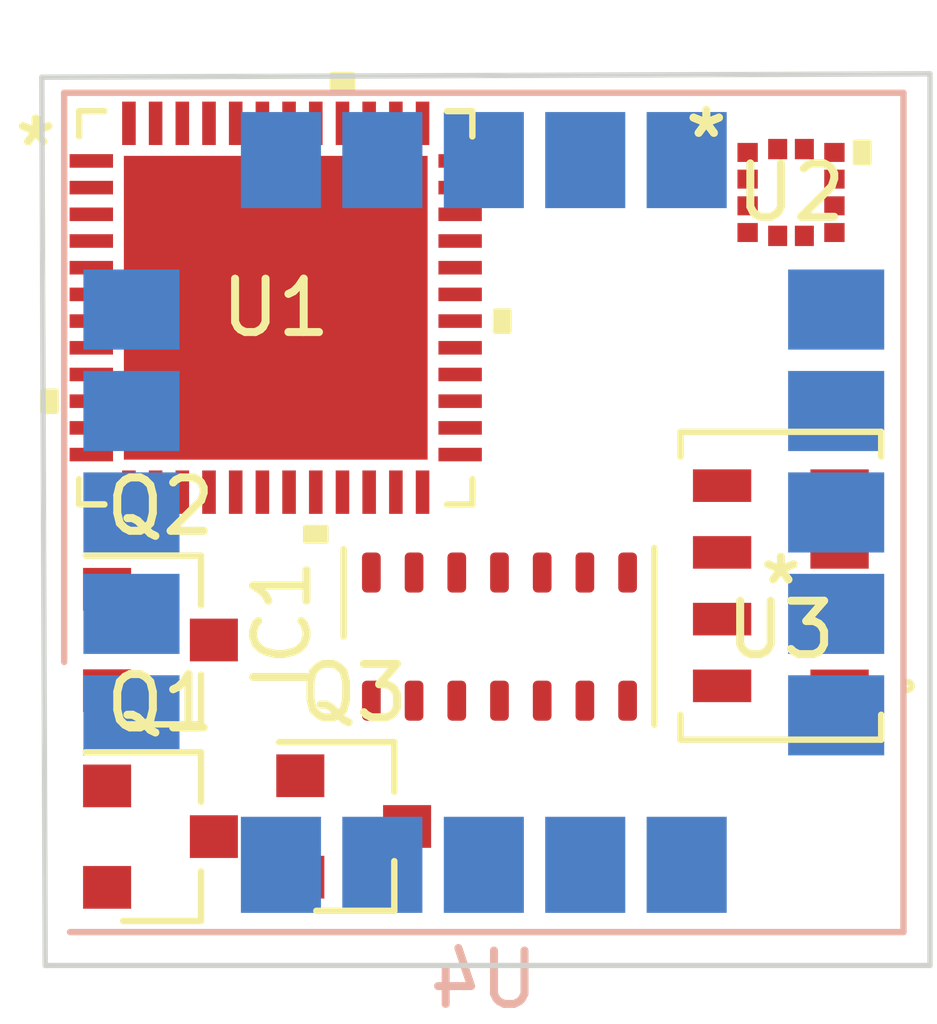
<source format=kicad_pcb>
(kicad_pcb (version 20171130) (host pcbnew "(5.1.9)-1")

  (general
    (thickness 1.6)
    (drawings 4)
    (tracks 0)
    (zones 0)
    (modules 8)
    (nets 64)
  )

  (page A4)
  (layers
    (0 F.Cu signal)
    (31 B.Cu signal)
    (32 B.Adhes user)
    (33 F.Adhes user)
    (34 B.Paste user)
    (35 F.Paste user)
    (36 B.SilkS user)
    (37 F.SilkS user)
    (38 B.Mask user)
    (39 F.Mask user)
    (40 Dwgs.User user)
    (41 Cmts.User user)
    (42 Eco1.User user)
    (43 Eco2.User user)
    (44 Edge.Cuts user)
    (45 Margin user)
    (46 B.CrtYd user)
    (47 F.CrtYd user)
    (48 B.Fab user)
    (49 F.Fab user)
  )

  (setup
    (last_trace_width 0.25)
    (trace_clearance 0.2)
    (zone_clearance 0.508)
    (zone_45_only no)
    (trace_min 0.2)
    (via_size 0.8)
    (via_drill 0.4)
    (via_min_size 0.4)
    (via_min_drill 0.3)
    (uvia_size 0.3)
    (uvia_drill 0.1)
    (uvias_allowed no)
    (uvia_min_size 0.2)
    (uvia_min_drill 0.1)
    (edge_width 0.05)
    (segment_width 0.2)
    (pcb_text_width 0.3)
    (pcb_text_size 1.5 1.5)
    (mod_edge_width 0.12)
    (mod_text_size 1 1)
    (mod_text_width 0.15)
    (pad_size 1.524 1.524)
    (pad_drill 0.762)
    (pad_to_mask_clearance 0)
    (aux_axis_origin 0 0)
    (visible_elements 7FFFFFFF)
    (pcbplotparams
      (layerselection 0x010fc_ffffffff)
      (usegerberextensions false)
      (usegerberattributes true)
      (usegerberadvancedattributes true)
      (creategerberjobfile true)
      (excludeedgelayer true)
      (linewidth 0.100000)
      (plotframeref false)
      (viasonmask false)
      (mode 1)
      (useauxorigin false)
      (hpglpennumber 1)
      (hpglpenspeed 20)
      (hpglpendiameter 15.000000)
      (psnegative false)
      (psa4output false)
      (plotreference true)
      (plotvalue true)
      (plotinvisibletext false)
      (padsonsilk false)
      (subtractmaskfromsilk false)
      (outputformat 1)
      (mirror false)
      (drillshape 1)
      (scaleselection 1)
      (outputdirectory ""))
  )

  (net 0 "")
  (net 1 "Net-(IC1-Pad1)")
  (net 2 GND)
  (net 3 "Net-(IC1-Pad5)")
  (net 4 "Net-(IC1-Pad6)")
  (net 5 "Net-(IC1-Pad7)")
  (net 6 "Net-(IC1-Pad8)")
  (net 7 +3V3)
  (net 8 +1V8)
  (net 9 "Net-(IC1-Pad14)")
  (net 10 I2C_SCL)
  (net 11 I2C_SDA)
  (net 12 30102_INT)
  (net 13 SAM_INT_LV)
  (net 14 SAM_INT)
  (net 15 I2C_SCL_HV)
  (net 16 I2C_SDA_HV)
  (net 17 "Net-(U4-Pad7)")
  (net 18 "Net-(TP1-Pad1)")
  (net 19 "Net-(R7-Pad2)")
  (net 20 "Net-(R8-Pad1)")
  (net 21 "Net-(R12-Pad1)")
  (net 22 "Net-(R11-Pad2)")
  (net 23 "Net-(U4-Pad18)")
  (net 24 "Net-(C3-Pad1)")
  (net 25 "Net-(C5-Pad2)")
  (net 26 "Net-(U1-Pad3)")
  (net 27 "Net-(R1-Pad2)")
  (net 28 NRST)
  (net 29 "Net-(U1-Pad9)")
  (net 30 "Net-(U1-Pad10)")
  (net 31 "Net-(U1-Pad11)")
  (net 32 "Net-(U1-Pad12)")
  (net 33 "Net-(U1-Pad13)")
  (net 34 "Net-(U1-Pad14)")
  (net 35 "Net-(U1-Pad15)")
  (net 36 "Net-(U1-Pad16)")
  (net 37 "Net-(U1-Pad17)")
  (net 38 "Net-(U1-Pad18)")
  (net 39 "Net-(U1-Pad19)")
  (net 40 SPI_NSS1)
  (net 41 RF1)
  (net 42 "Net-(U1-Pad24)")
  (net 43 "Net-(U1-Pad25)")
  (net 44 "Net-(U1-Pad26)")
  (net 45 "Net-(U1-Pad27)")
  (net 46 "Net-(U1-Pad28)")
  (net 47 "Net-(U1-Pad29)")
  (net 48 "Net-(U1-Pad30)")
  (net 49 "Net-(U1-Pad31)")
  (net 50 "Net-(U1-Pad34)")
  (net 51 LIS_INT1)
  (net 52 LIS_INT2)
  (net 53 SWDIO)
  (net 54 "Net-(U1-Pad40)")
  (net 55 SWCLK)
  (net 56 "Net-(U1-Pad42)")
  (net 57 SPI_SCK)
  (net 58 SPI_MISO)
  (net 59 SPI_MOSI)
  (net 60 SPI_NSS2)
  (net 61 "Net-(U1-Pad47)")
  (net 62 "Net-(U2-Pad5)")
  (net 63 "Net-(U3-Pad5)")

  (net_class Default "This is the default net class."
    (clearance 0.2)
    (trace_width 0.25)
    (via_dia 0.8)
    (via_drill 0.4)
    (uvia_dia 0.3)
    (uvia_drill 0.1)
    (add_net +1V8)
    (add_net +3V3)
    (add_net 30102_INT)
    (add_net GND)
    (add_net I2C_SCL)
    (add_net I2C_SCL_HV)
    (add_net I2C_SDA)
    (add_net I2C_SDA_HV)
    (add_net LIS_INT1)
    (add_net LIS_INT2)
    (add_net NRST)
    (add_net "Net-(C3-Pad1)")
    (add_net "Net-(C5-Pad2)")
    (add_net "Net-(IC1-Pad1)")
    (add_net "Net-(IC1-Pad14)")
    (add_net "Net-(IC1-Pad5)")
    (add_net "Net-(IC1-Pad6)")
    (add_net "Net-(IC1-Pad7)")
    (add_net "Net-(IC1-Pad8)")
    (add_net "Net-(R1-Pad2)")
    (add_net "Net-(R11-Pad2)")
    (add_net "Net-(R12-Pad1)")
    (add_net "Net-(R7-Pad2)")
    (add_net "Net-(R8-Pad1)")
    (add_net "Net-(TP1-Pad1)")
    (add_net "Net-(U1-Pad10)")
    (add_net "Net-(U1-Pad11)")
    (add_net "Net-(U1-Pad12)")
    (add_net "Net-(U1-Pad13)")
    (add_net "Net-(U1-Pad14)")
    (add_net "Net-(U1-Pad15)")
    (add_net "Net-(U1-Pad16)")
    (add_net "Net-(U1-Pad17)")
    (add_net "Net-(U1-Pad18)")
    (add_net "Net-(U1-Pad19)")
    (add_net "Net-(U1-Pad24)")
    (add_net "Net-(U1-Pad25)")
    (add_net "Net-(U1-Pad26)")
    (add_net "Net-(U1-Pad27)")
    (add_net "Net-(U1-Pad28)")
    (add_net "Net-(U1-Pad29)")
    (add_net "Net-(U1-Pad3)")
    (add_net "Net-(U1-Pad30)")
    (add_net "Net-(U1-Pad31)")
    (add_net "Net-(U1-Pad34)")
    (add_net "Net-(U1-Pad40)")
    (add_net "Net-(U1-Pad42)")
    (add_net "Net-(U1-Pad47)")
    (add_net "Net-(U1-Pad9)")
    (add_net "Net-(U2-Pad5)")
    (add_net "Net-(U3-Pad5)")
    (add_net "Net-(U4-Pad18)")
    (add_net "Net-(U4-Pad7)")
    (add_net RF1)
    (add_net SAM_INT)
    (add_net SAM_INT_LV)
    (add_net SPI_MISO)
    (add_net SPI_MOSI)
    (add_net SPI_NSS1)
    (add_net SPI_NSS2)
    (add_net SPI_SCK)
    (add_net SWCLK)
    (add_net SWDIO)
  )

  (module OptoDevice:Maxim_OLGA-14_3.3x5.6mm_P0.8mm (layer F.Cu) (tedit 5B8856E4) (tstamp 60E913FF)
    (at 147.701 82.3595 90)
    (descr https://pdfserv.maximintegrated.com/land_patterns/90-0602.PDF)
    (tags "OLGA-14 OESIP-14")
    (path /60E784FA)
    (attr smd)
    (fp_text reference IC1 (at 0.22 -4.07 90) (layer F.SilkS)
      (effects (font (size 1 1) (thickness 0.15)))
    )
    (fp_text value MAX30102 (at 1.25 4.17 270) (layer F.Fab)
      (effects (font (size 1 1) (thickness 0.15)))
    )
    (fp_line (start 1.9 3.04) (end -1.9 3.04) (layer F.CrtYd) (width 0.05))
    (fp_line (start 1.9 3.04) (end 1.9 -3.06) (layer F.CrtYd) (width 0.05))
    (fp_line (start -1.9 -3.06) (end -1.9 3.04) (layer F.CrtYd) (width 0.05))
    (fp_line (start -1.9 -3.06) (end 1.9 -3.06) (layer F.CrtYd) (width 0.05))
    (fp_line (start -1.65 -2.01) (end -0.85 -2.81) (layer F.Fab) (width 0.1))
    (fp_line (start 1.66 2.9) (end -1.65 2.9) (layer F.SilkS) (width 0.12))
    (fp_line (start 0 -2.92) (end 1.64 -2.92) (layer F.SilkS) (width 0.12))
    (fp_line (start -0.85 -2.81) (end 1.65 -2.81) (layer F.Fab) (width 0.1))
    (fp_line (start 1.65 2.79) (end 1.65 -2.81) (layer F.Fab) (width 0.1))
    (fp_line (start -1.65 2.79) (end 1.65 2.79) (layer F.Fab) (width 0.1))
    (fp_line (start -1.65 2.79) (end -1.65 -2.01) (layer F.Fab) (width 0.1))
    (fp_text user %R (at 0 -0.01) (layer F.Fab)
      (effects (font (size 0.7 0.7) (thickness 0.105)))
    )
    (pad 1 smd roundrect (at -1.2 -2.4 90) (size 0.75 0.35) (layers F.Cu F.Paste F.Mask) (roundrect_rratio 0.25)
      (net 1 "Net-(IC1-Pad1)"))
    (pad 2 smd roundrect (at -1.2 -1.6 90) (size 0.75 0.35) (layers F.Cu F.Paste F.Mask) (roundrect_rratio 0.25)
      (net 10 I2C_SCL))
    (pad 3 smd roundrect (at -1.2 -0.8 90) (size 0.75 0.35) (layers F.Cu F.Paste F.Mask) (roundrect_rratio 0.25)
      (net 11 I2C_SDA))
    (pad 4 smd roundrect (at -1.2 0 90) (size 0.75 0.35) (layers F.Cu F.Paste F.Mask) (roundrect_rratio 0.25)
      (net 2 GND))
    (pad 5 smd roundrect (at -1.2 0.8 90) (size 0.75 0.35) (layers F.Cu F.Paste F.Mask) (roundrect_rratio 0.25)
      (net 3 "Net-(IC1-Pad5)"))
    (pad 6 smd roundrect (at -1.2 1.6 90) (size 0.75 0.35) (layers F.Cu F.Paste F.Mask) (roundrect_rratio 0.25)
      (net 4 "Net-(IC1-Pad6)"))
    (pad 7 smd roundrect (at -1.2 2.4 90) (size 0.75 0.35) (layers F.Cu F.Paste F.Mask) (roundrect_rratio 0.25)
      (net 5 "Net-(IC1-Pad7)"))
    (pad 8 smd roundrect (at 1.2 2.4 90) (size 0.75 0.35) (layers F.Cu F.Paste F.Mask) (roundrect_rratio 0.25)
      (net 6 "Net-(IC1-Pad8)"))
    (pad 9 smd roundrect (at 1.2 1.6 90) (size 0.75 0.35) (layers F.Cu F.Paste F.Mask) (roundrect_rratio 0.25)
      (net 7 +3V3))
    (pad 10 smd roundrect (at 1.2 0.8 90) (size 0.75 0.35) (layers F.Cu F.Paste F.Mask) (roundrect_rratio 0.25)
      (net 7 +3V3))
    (pad 11 smd roundrect (at 1.2 0 90) (size 0.75 0.35) (layers F.Cu F.Paste F.Mask) (roundrect_rratio 0.25)
      (net 8 +1V8))
    (pad 12 smd roundrect (at 1.2 -0.8 90) (size 0.75 0.35) (layers F.Cu F.Paste F.Mask) (roundrect_rratio 0.25)
      (net 2 GND))
    (pad 13 smd roundrect (at 1.2 -1.6 90) (size 0.75 0.35) (layers F.Cu F.Paste F.Mask) (roundrect_rratio 0.25)
      (net 12 30102_INT))
    (pad 14 smd roundrect (at 1.2 -2.4 90) (size 0.75 0.35) (layers F.Cu F.Paste F.Mask) (roundrect_rratio 0.25)
      (net 9 "Net-(IC1-Pad14)"))
    (model ${KISYS3DMOD}/OptoDevice.3dshapes/Maxim_OLGA-14_3.3x5.6mm_P0.8mm.wrl
      (at (xyz 0 0 0))
      (scale (xyz 1 1 1))
      (rotate (xyz 0 0 0))
    )
  )

  (module Package_TO_SOT_SMD:SOT-23 (layer F.Cu) (tedit 5A02FF57) (tstamp 60F0F798)
    (at 141.351 86.106)
    (descr "SOT-23, Standard")
    (tags SOT-23)
    (path /60F46CBA)
    (attr smd)
    (fp_text reference Q1 (at 0 -2.5) (layer F.SilkS)
      (effects (font (size 1 1) (thickness 0.15)))
    )
    (fp_text value BSS138 (at 0 2.5) (layer F.Fab)
      (effects (font (size 1 1) (thickness 0.15)))
    )
    (fp_line (start -0.7 -0.95) (end -0.7 1.5) (layer F.Fab) (width 0.1))
    (fp_line (start -0.15 -1.52) (end 0.7 -1.52) (layer F.Fab) (width 0.1))
    (fp_line (start -0.7 -0.95) (end -0.15 -1.52) (layer F.Fab) (width 0.1))
    (fp_line (start 0.7 -1.52) (end 0.7 1.52) (layer F.Fab) (width 0.1))
    (fp_line (start -0.7 1.52) (end 0.7 1.52) (layer F.Fab) (width 0.1))
    (fp_line (start 0.76 1.58) (end 0.76 0.65) (layer F.SilkS) (width 0.12))
    (fp_line (start 0.76 -1.58) (end 0.76 -0.65) (layer F.SilkS) (width 0.12))
    (fp_line (start -1.7 -1.75) (end 1.7 -1.75) (layer F.CrtYd) (width 0.05))
    (fp_line (start 1.7 -1.75) (end 1.7 1.75) (layer F.CrtYd) (width 0.05))
    (fp_line (start 1.7 1.75) (end -1.7 1.75) (layer F.CrtYd) (width 0.05))
    (fp_line (start -1.7 1.75) (end -1.7 -1.75) (layer F.CrtYd) (width 0.05))
    (fp_line (start 0.76 -1.58) (end -1.4 -1.58) (layer F.SilkS) (width 0.12))
    (fp_line (start 0.76 1.58) (end -0.7 1.58) (layer F.SilkS) (width 0.12))
    (fp_text user %R (at 0 0 90) (layer F.Fab)
      (effects (font (size 0.5 0.5) (thickness 0.075)))
    )
    (pad 1 smd rect (at -1 -0.95) (size 0.9 0.8) (layers F.Cu F.Paste F.Mask)
      (net 8 +1V8))
    (pad 2 smd rect (at -1 0.95) (size 0.9 0.8) (layers F.Cu F.Paste F.Mask)
      (net 13 SAM_INT_LV))
    (pad 3 smd rect (at 1 0) (size 0.9 0.8) (layers F.Cu F.Paste F.Mask)
      (net 14 SAM_INT))
    (model ${KISYS3DMOD}/Package_TO_SOT_SMD.3dshapes/SOT-23.wrl
      (at (xyz 0 0 0))
      (scale (xyz 1 1 1))
      (rotate (xyz 0 0 0))
    )
  )

  (module Package_TO_SOT_SMD:SOT-23 (layer F.Cu) (tedit 5A02FF57) (tstamp 60F0F7AD)
    (at 141.351 82.423)
    (descr "SOT-23, Standard")
    (tags SOT-23)
    (path /60EFE7B9)
    (attr smd)
    (fp_text reference Q2 (at 0 -2.5) (layer F.SilkS)
      (effects (font (size 1 1) (thickness 0.15)))
    )
    (fp_text value BSS138 (at 0 2.5) (layer F.Fab)
      (effects (font (size 1 1) (thickness 0.15)))
    )
    (fp_line (start -0.7 -0.95) (end -0.7 1.5) (layer F.Fab) (width 0.1))
    (fp_line (start -0.15 -1.52) (end 0.7 -1.52) (layer F.Fab) (width 0.1))
    (fp_line (start -0.7 -0.95) (end -0.15 -1.52) (layer F.Fab) (width 0.1))
    (fp_line (start 0.7 -1.52) (end 0.7 1.52) (layer F.Fab) (width 0.1))
    (fp_line (start -0.7 1.52) (end 0.7 1.52) (layer F.Fab) (width 0.1))
    (fp_line (start 0.76 1.58) (end 0.76 0.65) (layer F.SilkS) (width 0.12))
    (fp_line (start 0.76 -1.58) (end 0.76 -0.65) (layer F.SilkS) (width 0.12))
    (fp_line (start -1.7 -1.75) (end 1.7 -1.75) (layer F.CrtYd) (width 0.05))
    (fp_line (start 1.7 -1.75) (end 1.7 1.75) (layer F.CrtYd) (width 0.05))
    (fp_line (start 1.7 1.75) (end -1.7 1.75) (layer F.CrtYd) (width 0.05))
    (fp_line (start -1.7 1.75) (end -1.7 -1.75) (layer F.CrtYd) (width 0.05))
    (fp_line (start 0.76 -1.58) (end -1.4 -1.58) (layer F.SilkS) (width 0.12))
    (fp_line (start 0.76 1.58) (end -0.7 1.58) (layer F.SilkS) (width 0.12))
    (fp_text user %R (at 0 0 90) (layer F.Fab)
      (effects (font (size 0.5 0.5) (thickness 0.075)))
    )
    (pad 1 smd rect (at -1 -0.95) (size 0.9 0.8) (layers F.Cu F.Paste F.Mask)
      (net 8 +1V8))
    (pad 2 smd rect (at -1 0.95) (size 0.9 0.8) (layers F.Cu F.Paste F.Mask)
      (net 10 I2C_SCL))
    (pad 3 smd rect (at 1 0) (size 0.9 0.8) (layers F.Cu F.Paste F.Mask)
      (net 15 I2C_SCL_HV))
    (model ${KISYS3DMOD}/Package_TO_SOT_SMD.3dshapes/SOT-23.wrl
      (at (xyz 0 0 0))
      (scale (xyz 1 1 1))
      (rotate (xyz 0 0 0))
    )
  )

  (module Package_TO_SOT_SMD:SOT-23 (layer F.Cu) (tedit 5A02FF57) (tstamp 60F0F7C2)
    (at 144.9705 85.9155)
    (descr "SOT-23, Standard")
    (tags SOT-23)
    (path /60F171D3)
    (attr smd)
    (fp_text reference Q3 (at 0 -2.5) (layer F.SilkS)
      (effects (font (size 1 1) (thickness 0.15)))
    )
    (fp_text value BSS138 (at 0 2.5) (layer F.Fab)
      (effects (font (size 1 1) (thickness 0.15)))
    )
    (fp_line (start 0.76 1.58) (end -0.7 1.58) (layer F.SilkS) (width 0.12))
    (fp_line (start 0.76 -1.58) (end -1.4 -1.58) (layer F.SilkS) (width 0.12))
    (fp_line (start -1.7 1.75) (end -1.7 -1.75) (layer F.CrtYd) (width 0.05))
    (fp_line (start 1.7 1.75) (end -1.7 1.75) (layer F.CrtYd) (width 0.05))
    (fp_line (start 1.7 -1.75) (end 1.7 1.75) (layer F.CrtYd) (width 0.05))
    (fp_line (start -1.7 -1.75) (end 1.7 -1.75) (layer F.CrtYd) (width 0.05))
    (fp_line (start 0.76 -1.58) (end 0.76 -0.65) (layer F.SilkS) (width 0.12))
    (fp_line (start 0.76 1.58) (end 0.76 0.65) (layer F.SilkS) (width 0.12))
    (fp_line (start -0.7 1.52) (end 0.7 1.52) (layer F.Fab) (width 0.1))
    (fp_line (start 0.7 -1.52) (end 0.7 1.52) (layer F.Fab) (width 0.1))
    (fp_line (start -0.7 -0.95) (end -0.15 -1.52) (layer F.Fab) (width 0.1))
    (fp_line (start -0.15 -1.52) (end 0.7 -1.52) (layer F.Fab) (width 0.1))
    (fp_line (start -0.7 -0.95) (end -0.7 1.5) (layer F.Fab) (width 0.1))
    (fp_text user %R (at 0 0 90) (layer F.Fab)
      (effects (font (size 0.5 0.5) (thickness 0.075)))
    )
    (pad 3 smd rect (at 1 0) (size 0.9 0.8) (layers F.Cu F.Paste F.Mask)
      (net 16 I2C_SDA_HV))
    (pad 2 smd rect (at -1 0.95) (size 0.9 0.8) (layers F.Cu F.Paste F.Mask)
      (net 11 I2C_SDA))
    (pad 1 smd rect (at -1 -0.95) (size 0.9 0.8) (layers F.Cu F.Paste F.Mask)
      (net 8 +1V8))
    (model ${KISYS3DMOD}/Package_TO_SOT_SMD.3dshapes/SOT-23.wrl
      (at (xyz 0 0 0))
      (scale (xyz 1 1 1))
      (rotate (xyz 0 0 0))
    )
  )

  (module RF_GPS:ublox_SAM-M8Q (layer B.Cu) (tedit 5C292C10) (tstamp 60F0F841)
    (at 147.407501 80.034001)
    (descr "GPS Module, 15.5x15.5x6.3mm, https://www.u-blox.com/sites/default/files/SAM-M8Q_HardwareIntegrationManual_%28UBX-16018358%29.pdf")
    (tags "ublox SAM-M8Q")
    (path /60EE7D3B)
    (solder_mask_margin 0.000001)
    (attr smd)
    (fp_text reference U4 (at 0 8.75) (layer B.SilkS)
      (effects (font (size 1 1) (thickness 0.15)) (justify mirror))
    )
    (fp_text value ublox_SAM-M8Q (at 0 -8.75) (layer B.Fab)
      (effects (font (size 1 1) (thickness 0.15)) (justify mirror))
    )
    (fp_line (start -7.86 2.8) (end -7.86 -7.86) (layer B.SilkS) (width 0.12))
    (fp_line (start -7.86 -7.86) (end 7.86 -7.86) (layer B.SilkS) (width 0.12))
    (fp_line (start 7.86 7.86) (end 7.86 -7.86) (layer B.SilkS) (width 0.12))
    (fp_line (start -7.75 7.86) (end 7.86 7.86) (layer B.SilkS) (width 0.12))
    (fp_line (start 8 8) (end -8 8) (layer B.CrtYd) (width 0.05))
    (fp_line (start 8 -8) (end 8 8) (layer B.CrtYd) (width 0.05))
    (fp_line (start -8 -8) (end 8 -8) (layer B.CrtYd) (width 0.05))
    (fp_line (start -8 8) (end -8 -8) (layer B.CrtYd) (width 0.05))
    (fp_line (start 4.5 5.5) (end -4.5 5.5) (layer B.Fab) (width 0.1))
    (fp_line (start 5.5 -4.5) (end 5.5 4.5) (layer B.Fab) (width 0.1))
    (fp_line (start -4.5 -5.5) (end 4.5 -5.5) (layer B.Fab) (width 0.1))
    (fp_line (start -5.5 4.5) (end -5.5 -4.5) (layer B.Fab) (width 0.1))
    (fp_line (start -7.75 -7.75) (end 7.75 -7.75) (layer B.Fab) (width 0.1))
    (fp_line (start -7.75 7.75) (end -7.75 -7.75) (layer B.Fab) (width 0.1))
    (fp_line (start 7.75 7.75) (end -7.75 7.75) (layer B.Fab) (width 0.1))
    (fp_line (start 7.75 -7.75) (end 7.75 7.75) (layer B.Fab) (width 0.1))
    (fp_line (start -6 3.8) (end -7.75 3.1) (layer B.Fab) (width 0.1))
    (fp_line (start -6 3.8) (end -7.75 4.5) (layer B.Fab) (width 0.1))
    (fp_text user %R (at 0 0) (layer B.Fab)
      (effects (font (size 1 1) (thickness 0.15)) (justify mirror))
    )
    (fp_arc (start -4.5 4.5) (end -5.5 4.5) (angle -90) (layer B.Fab) (width 0.1))
    (fp_arc (start 4.5 4.5) (end 4.5 5.5) (angle -90) (layer B.Fab) (width 0.1))
    (fp_arc (start 4.5 -4.5) (end 5.5 -4.5) (angle -90) (layer B.Fab) (width 0.1))
    (fp_arc (start -4.5 -4.5) (end -4.5 -5.5) (angle -90) (layer B.Fab) (width 0.1))
    (pad "" smd rect (at 7.1 -4.225) (size 0.72 0.58) (layers B.Paste))
    (pad "" smd rect (at 6.1 -4.225) (size 0.72 0.58) (layers B.Paste))
    (pad "" smd rect (at 7.1 -3.375) (size 0.72 0.58) (layers B.Paste))
    (pad "" smd rect (at 6.1 -3.375) (size 0.72 0.58) (layers B.Paste))
    (pad "" smd rect (at 7.1 -2.325) (size 0.72 0.58) (layers B.Paste))
    (pad "" smd rect (at 6.1 -2.325) (size 0.72 0.58) (layers B.Paste))
    (pad "" smd rect (at 7.1 -1.475) (size 0.72 0.58) (layers B.Paste))
    (pad "" smd rect (at 6.1 -1.475) (size 0.72 0.58) (layers B.Paste))
    (pad "" smd rect (at 7.1 -0.425) (size 0.72 0.58) (layers B.Paste))
    (pad "" smd rect (at 6.1 -0.425) (size 0.72 0.58) (layers B.Paste))
    (pad "" smd rect (at 7.1 0.425) (size 0.72 0.58) (layers B.Paste))
    (pad "" smd rect (at 6.1 0.425) (size 0.72 0.58) (layers B.Paste))
    (pad "" smd rect (at 7.1 1.475) (size 0.72 0.58) (layers B.Paste))
    (pad "" smd rect (at 6.1 1.475) (size 0.72 0.58) (layers B.Paste))
    (pad "" smd rect (at 7.1 2.325) (size 0.72 0.58) (layers B.Paste))
    (pad "" smd rect (at 6.1 2.325) (size 0.72 0.58) (layers B.Paste))
    (pad "" smd rect (at 7.1 3.375) (size 0.72 0.58) (layers B.Paste))
    (pad "" smd rect (at 6.1 3.375) (size 0.72 0.58) (layers B.Paste))
    (pad "" smd rect (at 7.1 4.225) (size 0.72 0.58) (layers B.Paste))
    (pad "" smd rect (at 6.1 4.225) (size 0.72 0.58) (layers B.Paste))
    (pad "" smd rect (at -6.1 -4.225) (size 0.72 0.58) (layers B.Paste))
    (pad "" smd rect (at -7.1 -4.225) (size 0.72 0.58) (layers B.Paste))
    (pad "" smd rect (at -6.1 -3.375) (size 0.72 0.58) (layers B.Paste))
    (pad "" smd rect (at -7.1 -3.375) (size 0.72 0.58) (layers B.Paste))
    (pad "" smd rect (at -6.1 -2.325) (size 0.72 0.58) (layers B.Paste))
    (pad "" smd rect (at -7.1 -2.325) (size 0.72 0.58) (layers B.Paste))
    (pad "" smd rect (at -6.1 -1.475) (size 0.72 0.58) (layers B.Paste))
    (pad "" smd rect (at -7.1 -1.475) (size 0.72 0.58) (layers B.Paste))
    (pad "" smd rect (at -6.1 -0.425) (size 0.72 0.58) (layers B.Paste))
    (pad "" smd rect (at -7.1 -0.425) (size 0.72 0.58) (layers B.Paste))
    (pad "" smd rect (at -6.1 0.425) (size 0.72 0.58) (layers B.Paste))
    (pad "" smd rect (at -7.1 0.425) (size 0.72 0.58) (layers B.Paste))
    (pad "" smd rect (at -6.1 1.475) (size 0.72 0.58) (layers B.Paste))
    (pad "" smd rect (at -7.1 1.475) (size 0.72 0.58) (layers B.Paste))
    (pad "" smd rect (at -6.1 2.325) (size 0.72 0.58) (layers B.Paste))
    (pad "" smd rect (at -7.1 2.325) (size 0.72 0.58) (layers B.Paste))
    (pad "" smd rect (at -6.1 3.375) (size 0.72 0.58) (layers B.Paste))
    (pad "" smd rect (at -6.1 4.225) (size 0.72 0.58) (layers B.Paste))
    (pad "" smd rect (at -7.1 3.375) (size 0.72 0.58) (layers B.Paste))
    (pad "" smd rect (at -7.1 4.225) (size 0.72 0.58) (layers B.Paste))
    (pad "" smd rect (at 4.225 7.1) (size 0.58 0.72) (layers B.Paste))
    (pad "" smd rect (at 3.375 7.1) (size 0.58 0.72) (layers B.Paste))
    (pad "" smd rect (at 4.225 6.1) (size 0.58 0.72) (layers B.Paste))
    (pad "" smd rect (at 3.375 6.1) (size 0.58 0.72) (layers B.Paste))
    (pad "" smd rect (at 2.325 7.1) (size 0.58 0.72) (layers B.Paste))
    (pad "" smd rect (at 1.475 7.1) (size 0.58 0.72) (layers B.Paste))
    (pad "" smd rect (at 2.325 6.1) (size 0.58 0.72) (layers B.Paste))
    (pad "" smd rect (at 1.475 6.1) (size 0.58 0.72) (layers B.Paste))
    (pad "" smd rect (at 0.425 7.1) (size 0.58 0.72) (layers B.Paste))
    (pad "" smd rect (at -0.425 7.1) (size 0.58 0.72) (layers B.Paste))
    (pad "" smd rect (at 0.425 6.1) (size 0.58 0.72) (layers B.Paste))
    (pad "" smd rect (at -0.425 6.1) (size 0.58 0.72) (layers B.Paste))
    (pad "" smd rect (at -3.375 7.1) (size 0.58 0.72) (layers B.Paste))
    (pad "" smd rect (at -2.325 7.1) (size 0.58 0.72) (layers B.Paste))
    (pad "" smd rect (at -3.375 6.1) (size 0.58 0.72) (layers B.Paste))
    (pad "" smd rect (at -2.325 6.1) (size 0.58 0.72) (layers B.Paste))
    (pad "" smd rect (at -1.475 7.1) (size 0.58 0.72) (layers B.Paste))
    (pad "" smd rect (at -4.225 7.1) (size 0.58 0.72) (layers B.Paste))
    (pad "" smd rect (at -1.475 6.1) (size 0.58 0.72) (layers B.Paste))
    (pad "" smd rect (at -4.225 6.1) (size 0.58 0.72) (layers B.Paste))
    (pad "" smd rect (at 4.225 -7.1) (size 0.58 0.72) (layers B.Paste))
    (pad "" smd rect (at 3.375 -7.1) (size 0.58 0.72) (layers B.Paste))
    (pad "" smd rect (at 4.225 -6.1) (size 0.58 0.72) (layers B.Paste))
    (pad "" smd rect (at 3.375 -6.1) (size 0.58 0.72) (layers B.Paste))
    (pad "" smd rect (at 1.475 -7.1) (size 0.58 0.72) (layers B.Paste))
    (pad "" smd rect (at 2.325 -7.1) (size 0.58 0.72) (layers B.Paste))
    (pad "" smd rect (at 1.475 -6.1) (size 0.58 0.72) (layers B.Paste))
    (pad "" smd rect (at 2.325 -6.1) (size 0.58 0.72) (layers B.Paste))
    (pad "" smd rect (at 0.425 -7.1) (size 0.58 0.72) (layers B.Paste))
    (pad "" smd rect (at -0.425 -7.1) (size 0.58 0.72) (layers B.Paste))
    (pad "" smd rect (at 0.425 -6.1) (size 0.58 0.72) (layers B.Paste))
    (pad "" smd rect (at -0.425 -6.1) (size 0.58 0.72) (layers B.Paste))
    (pad "" smd rect (at -1.475 -7.1) (size 0.58 0.72) (layers B.Paste))
    (pad "" smd rect (at -2.325 -7.1) (size 0.58 0.72) (layers B.Paste))
    (pad "" smd rect (at -1.475 -6.1) (size 0.58 0.72) (layers B.Paste))
    (pad "" smd rect (at -2.325 -6.1) (size 0.58 0.72) (layers B.Paste))
    (pad "" smd rect (at -3.375 -7.1) (size 0.58 0.72) (layers B.Paste))
    (pad "" smd rect (at -4.225 -7.1) (size 0.58 0.72) (layers B.Paste))
    (pad "" smd rect (at -3.375 -6.1) (size 0.58 0.72) (layers B.Paste))
    (pad "" smd rect (at -4.225 -6.1) (size 0.58 0.72) (layers B.Paste))
    (pad 1 smd rect (at -6.6 3.8) (size 1.8 1.5) (layers B.Cu B.Mask)
      (net 2 GND))
    (pad 2 smd rect (at -6.6 1.9) (size 1.8 1.5) (layers B.Cu B.Mask)
      (net 7 +3V3))
    (pad 3 smd rect (at -6.6 0) (size 1.8 1.5) (layers B.Cu B.Mask)
      (net 7 +3V3))
    (pad 4 smd rect (at -6.6 -1.9) (size 1.8 1.5) (layers B.Cu B.Mask)
      (net 2 GND))
    (pad 5 smd rect (at -6.6 -3.8) (size 1.8 1.5) (layers B.Cu B.Mask)
      (net 2 GND))
    (pad 6 smd rect (at -3.8 -6.6) (size 1.5 1.8) (layers B.Cu B.Mask)
      (net 2 GND))
    (pad 7 smd rect (at -1.9 -6.6) (size 1.5 1.8) (layers B.Cu B.Mask)
      (net 17 "Net-(U4-Pad7)"))
    (pad 8 smd rect (at 0 -6.6) (size 1.5 1.8) (layers B.Cu B.Mask)
      (net 18 "Net-(TP1-Pad1)"))
    (pad 9 smd rect (at 1.9 -6.6) (size 1.5 1.8) (layers B.Cu B.Mask)
      (net 19 "Net-(R7-Pad2)"))
    (pad 10 smd rect (at 3.8 -6.6) (size 1.5 1.8) (layers B.Cu B.Mask)
      (net 2 GND))
    (pad 11 smd rect (at 6.6 -3.8) (size 1.8 1.5) (layers B.Cu B.Mask)
      (net 2 GND))
    (pad 12 smd rect (at 6.6 -1.9) (size 1.8 1.5) (layers B.Cu B.Mask)
      (net 20 "Net-(R8-Pad1)"))
    (pad 13 smd rect (at 6.6 0) (size 1.8 1.5) (layers B.Cu B.Mask)
      (net 21 "Net-(R12-Pad1)"))
    (pad 14 smd rect (at 6.6 1.9) (size 1.8 1.5) (layers B.Cu B.Mask)
      (net 22 "Net-(R11-Pad2)"))
    (pad 15 smd rect (at 6.6 3.8) (size 1.8 1.5) (layers B.Cu B.Mask)
      (net 2 GND))
    (pad 16 smd rect (at 3.8 6.6) (size 1.5 1.8) (layers B.Cu B.Mask)
      (net 2 GND))
    (pad 17 smd rect (at 1.9 6.6) (size 1.5 1.8) (layers B.Cu B.Mask)
      (net 7 +3V3))
    (pad 18 smd rect (at 0 6.6) (size 1.5 1.8) (layers B.Cu B.Mask)
      (net 23 "Net-(U4-Pad18)"))
    (pad 19 smd rect (at -1.9 6.6) (size 1.5 1.8) (layers B.Cu B.Mask)
      (net 14 SAM_INT))
    (pad 20 smd rect (at -3.8 6.6) (size 1.5 1.8) (layers B.Cu B.Mask)
      (net 2 GND))
    (model ${KISYS3DMOD}/RF_GPS.3dshapes/ublox_SAM-M8Q.wrl
      (at (xyz 0 0 0))
      (scale (xyz 1 1 1))
      (rotate (xyz 0 0 0))
    )
  )

  (module footprints:STM32WB15CCU6E (layer F.Cu) (tedit 0) (tstamp 60F101B3)
    (at 143.51 76.2)
    (path /60EF653E)
    (fp_text reference U1 (at 0 0) (layer F.SilkS)
      (effects (font (size 1 1) (thickness 0.15)))
    )
    (fp_text value STM32WB15CCU6E (at 0 0) (layer F.SilkS) hide
      (effects (font (size 1 1) (thickness 0.15)))
    )
    (fp_line (start -3.131 3.81) (end -3.81 3.81) (layer F.CrtYd) (width 0.05))
    (fp_line (start -3.131 4.1148) (end -3.131 3.81) (layer F.CrtYd) (width 0.05))
    (fp_line (start 3.131 4.1148) (end -3.131 4.1148) (layer F.CrtYd) (width 0.05))
    (fp_line (start 3.131 3.81) (end 3.131 4.1148) (layer F.CrtYd) (width 0.05))
    (fp_line (start 3.81 3.81) (end 3.131 3.81) (layer F.CrtYd) (width 0.05))
    (fp_line (start 3.81 3.131) (end 3.81 3.81) (layer F.CrtYd) (width 0.05))
    (fp_line (start 4.1148 3.131) (end 3.81 3.131) (layer F.CrtYd) (width 0.05))
    (fp_line (start 4.1148 -3.131) (end 4.1148 3.131) (layer F.CrtYd) (width 0.05))
    (fp_line (start 3.81 -3.131) (end 4.1148 -3.131) (layer F.CrtYd) (width 0.05))
    (fp_line (start 3.81 -3.81) (end 3.81 -3.131) (layer F.CrtYd) (width 0.05))
    (fp_line (start 3.131 -3.81) (end 3.81 -3.81) (layer F.CrtYd) (width 0.05))
    (fp_line (start 3.131 -4.1148) (end 3.131 -3.81) (layer F.CrtYd) (width 0.05))
    (fp_line (start -3.131 -4.1148) (end 3.131 -4.1148) (layer F.CrtYd) (width 0.05))
    (fp_line (start -3.131 -3.81) (end -3.131 -4.1148) (layer F.CrtYd) (width 0.05))
    (fp_line (start -3.81 -3.81) (end -3.131 -3.81) (layer F.CrtYd) (width 0.05))
    (fp_line (start -3.81 -3.131) (end -3.81 -3.81) (layer F.CrtYd) (width 0.05))
    (fp_line (start -4.1148 -3.131) (end -3.81 -3.131) (layer F.CrtYd) (width 0.05))
    (fp_line (start -4.1148 3.131) (end -4.1148 -3.131) (layer F.CrtYd) (width 0.05))
    (fp_line (start -3.81 3.131) (end -4.1148 3.131) (layer F.CrtYd) (width 0.05))
    (fp_line (start -3.81 3.81) (end -3.81 3.131) (layer F.CrtYd) (width 0.05))
    (fp_poly (pts (xy 1.5224 1.5224) (xy 1.5224 2.7448) (xy 2.7448 2.7448) (xy 2.7448 1.5224)) (layer F.Paste) (width 0.1))
    (fp_poly (pts (xy 1.5224 0.1) (xy 1.5224 1.3224) (xy 2.7448 1.3224) (xy 2.7448 0.1)) (layer F.Paste) (width 0.1))
    (fp_poly (pts (xy 1.5224 -1.3224) (xy 1.5224 -0.1) (xy 2.7448 -0.1) (xy 2.7448 -1.3224)) (layer F.Paste) (width 0.1))
    (fp_poly (pts (xy 1.5224 -2.7448) (xy 1.5224 -1.5224) (xy 2.7448 -1.5224) (xy 2.7448 -2.7448)) (layer F.Paste) (width 0.1))
    (fp_poly (pts (xy 0.1 1.5224) (xy 0.1 2.7448) (xy 1.3224 2.7448) (xy 1.3224 1.5224)) (layer F.Paste) (width 0.1))
    (fp_poly (pts (xy 0.1 0.1) (xy 0.1 1.3224) (xy 1.3224 1.3224) (xy 1.3224 0.1)) (layer F.Paste) (width 0.1))
    (fp_poly (pts (xy 0.1 -1.3224) (xy 0.1 -0.1) (xy 1.3224 -0.1) (xy 1.3224 -1.3224)) (layer F.Paste) (width 0.1))
    (fp_poly (pts (xy 0.1 -2.7448) (xy 0.1 -1.5224) (xy 1.3224 -1.5224) (xy 1.3224 -2.7448)) (layer F.Paste) (width 0.1))
    (fp_poly (pts (xy -1.3224 1.5224) (xy -1.3224 2.7448) (xy -0.1 2.7448) (xy -0.1 1.5224)) (layer F.Paste) (width 0.1))
    (fp_poly (pts (xy -1.3224 0.1) (xy -1.3224 1.3224) (xy -0.1 1.3224) (xy -0.1 0.1)) (layer F.Paste) (width 0.1))
    (fp_poly (pts (xy -1.3224 -1.3224) (xy -1.3224 -0.1) (xy -0.1 -0.1) (xy -0.1 -1.3224)) (layer F.Paste) (width 0.1))
    (fp_poly (pts (xy -1.3224 -2.7448) (xy -1.3224 -1.5224) (xy -0.1 -1.5224) (xy -0.1 -2.7448)) (layer F.Paste) (width 0.1))
    (fp_poly (pts (xy -2.7448 1.5224) (xy -2.7448 2.7448) (xy -1.5224 2.7448) (xy -1.5224 1.5224)) (layer F.Paste) (width 0.1))
    (fp_poly (pts (xy -2.7448 0.1) (xy -2.7448 1.3224) (xy -1.5224 1.3224) (xy -1.5224 0.1)) (layer F.Paste) (width 0.1))
    (fp_poly (pts (xy -2.7448 -1.3224) (xy -2.7448 -0.1) (xy -1.5224 -0.1) (xy -1.5224 -1.3224)) (layer F.Paste) (width 0.1))
    (fp_poly (pts (xy -2.7448 -2.7448) (xy -2.7448 -1.5224) (xy -1.5224 -1.5224) (xy -1.5224 -2.7448)) (layer F.Paste) (width 0.1))
    (fp_poly (pts (xy 1.0595 -4.1148) (xy 1.0595 -4.3688) (xy 1.4405 -4.3688) (xy 1.4405 -4.1148)) (layer F.SilkS) (width 0.1))
    (fp_poly (pts (xy 4.3688 0.059499) (xy 4.3688 0.4405) (xy 4.1148 0.4405) (xy 4.1148 0.059499)) (layer F.SilkS) (width 0.1))
    (fp_poly (pts (xy 0.559501 4.1148) (xy 0.559501 4.3688) (xy 0.940501 4.3688) (xy 0.940501 4.1148)) (layer F.SilkS) (width 0.1))
    (fp_poly (pts (xy -4.3688 1.559499) (xy -4.3688 1.940499) (xy -4.1148 1.940499) (xy -4.1148 1.559499)) (layer F.SilkS) (width 0.1))
    (fp_line (start -3.20974 -3.683) (end -3.683 -3.683) (layer F.SilkS) (width 0.12))
    (fp_line (start 3.683 -3.20974) (end 3.683 -3.683) (layer F.SilkS) (width 0.12))
    (fp_line (start 3.20974 3.683) (end 3.683 3.683) (layer F.SilkS) (width 0.12))
    (fp_line (start -3.556 3.556) (end -3.556 3.556) (layer F.Fab) (width 0.1))
    (fp_line (start -3.556 -3.556) (end -3.556 3.556) (layer F.Fab) (width 0.1))
    (fp_line (start -3.556 -3.556) (end -3.556 -3.556) (layer F.Fab) (width 0.1))
    (fp_line (start 3.556 -3.556) (end -3.556 -3.556) (layer F.Fab) (width 0.1))
    (fp_line (start 3.556 -3.556) (end 3.556 -3.556) (layer F.Fab) (width 0.1))
    (fp_line (start 3.556 3.556) (end 3.556 -3.556) (layer F.Fab) (width 0.1))
    (fp_line (start 3.556 3.556) (end 3.556 3.556) (layer F.Fab) (width 0.1))
    (fp_line (start -3.556 3.556) (end 3.556 3.556) (layer F.Fab) (width 0.1))
    (fp_line (start -3.683 3.20974) (end -3.683 3.683) (layer F.SilkS) (width 0.12))
    (fp_line (start -3.683 -3.683) (end -3.683 -3.20974) (layer F.SilkS) (width 0.12))
    (fp_line (start 3.683 -3.683) (end 3.20974 -3.683) (layer F.SilkS) (width 0.12))
    (fp_line (start 3.683 3.683) (end 3.683 3.20974) (layer F.SilkS) (width 0.12))
    (fp_line (start -3.683 3.683) (end -3.20974 3.683) (layer F.SilkS) (width 0.12))
    (fp_line (start 3.556 -2.9024) (end 3.556 -2.9024) (layer F.Fab) (width 0.1))
    (fp_line (start 3.556 -2.5976) (end 3.556 -2.9024) (layer F.Fab) (width 0.1))
    (fp_line (start 3.556 -2.5976) (end 3.556 -2.5976) (layer F.Fab) (width 0.1))
    (fp_line (start 3.556 -2.9024) (end 3.556 -2.5976) (layer F.Fab) (width 0.1))
    (fp_line (start 3.556 -2.4024) (end 3.556 -2.4024) (layer F.Fab) (width 0.1))
    (fp_line (start 3.556 -2.0976) (end 3.556 -2.4024) (layer F.Fab) (width 0.1))
    (fp_line (start 3.556 -2.0976) (end 3.556 -2.0976) (layer F.Fab) (width 0.1))
    (fp_line (start 3.556 -2.4024) (end 3.556 -2.0976) (layer F.Fab) (width 0.1))
    (fp_line (start 3.556 -1.9024) (end 3.556 -1.9024) (layer F.Fab) (width 0.1))
    (fp_line (start 3.556 -1.5976) (end 3.556 -1.9024) (layer F.Fab) (width 0.1))
    (fp_line (start 3.556 -1.5976) (end 3.556 -1.5976) (layer F.Fab) (width 0.1))
    (fp_line (start 3.556 -1.9024) (end 3.556 -1.5976) (layer F.Fab) (width 0.1))
    (fp_line (start 3.556 -1.4024) (end 3.556 -1.4024) (layer F.Fab) (width 0.1))
    (fp_line (start 3.556 -1.0976) (end 3.556 -1.4024) (layer F.Fab) (width 0.1))
    (fp_line (start 3.556 -1.0976) (end 3.556 -1.0976) (layer F.Fab) (width 0.1))
    (fp_line (start 3.556 -1.4024) (end 3.556 -1.0976) (layer F.Fab) (width 0.1))
    (fp_line (start 3.556 -0.9024) (end 3.556 -0.9024) (layer F.Fab) (width 0.1))
    (fp_line (start 3.556 -0.5976) (end 3.556 -0.9024) (layer F.Fab) (width 0.1))
    (fp_line (start 3.556 -0.5976) (end 3.556 -0.5976) (layer F.Fab) (width 0.1))
    (fp_line (start 3.556 -0.9024) (end 3.556 -0.5976) (layer F.Fab) (width 0.1))
    (fp_line (start 3.556 -0.4024) (end 3.556 -0.4024) (layer F.Fab) (width 0.1))
    (fp_line (start 3.556 -0.0976) (end 3.556 -0.4024) (layer F.Fab) (width 0.1))
    (fp_line (start 3.556 -0.0976) (end 3.556 -0.0976) (layer F.Fab) (width 0.1))
    (fp_line (start 3.556 -0.4024) (end 3.556 -0.0976) (layer F.Fab) (width 0.1))
    (fp_line (start 3.556 0.0976) (end 3.556 0.0976) (layer F.Fab) (width 0.1))
    (fp_line (start 3.556 0.4024) (end 3.556 0.0976) (layer F.Fab) (width 0.1))
    (fp_line (start 3.556 0.4024) (end 3.556 0.4024) (layer F.Fab) (width 0.1))
    (fp_line (start 3.556 0.0976) (end 3.556 0.4024) (layer F.Fab) (width 0.1))
    (fp_line (start 3.556 0.5976) (end 3.556 0.5976) (layer F.Fab) (width 0.1))
    (fp_line (start 3.556 0.9024) (end 3.556 0.5976) (layer F.Fab) (width 0.1))
    (fp_line (start 3.556 0.9024) (end 3.556 0.9024) (layer F.Fab) (width 0.1))
    (fp_line (start 3.556 0.5976) (end 3.556 0.9024) (layer F.Fab) (width 0.1))
    (fp_line (start 3.556 1.0976) (end 3.556 1.0976) (layer F.Fab) (width 0.1))
    (fp_line (start 3.556 1.4024) (end 3.556 1.0976) (layer F.Fab) (width 0.1))
    (fp_line (start 3.556 1.4024) (end 3.556 1.4024) (layer F.Fab) (width 0.1))
    (fp_line (start 3.556 1.0976) (end 3.556 1.4024) (layer F.Fab) (width 0.1))
    (fp_line (start 3.556 1.5976) (end 3.556 1.5976) (layer F.Fab) (width 0.1))
    (fp_line (start 3.556 1.9024) (end 3.556 1.5976) (layer F.Fab) (width 0.1))
    (fp_line (start 3.556 1.9024) (end 3.556 1.9024) (layer F.Fab) (width 0.1))
    (fp_line (start 3.556 1.5976) (end 3.556 1.9024) (layer F.Fab) (width 0.1))
    (fp_line (start 3.556 2.0976) (end 3.556 2.0976) (layer F.Fab) (width 0.1))
    (fp_line (start 3.556 2.4024) (end 3.556 2.0976) (layer F.Fab) (width 0.1))
    (fp_line (start 3.556 2.4024) (end 3.556 2.4024) (layer F.Fab) (width 0.1))
    (fp_line (start 3.556 2.0976) (end 3.556 2.4024) (layer F.Fab) (width 0.1))
    (fp_line (start 3.556 2.5976) (end 3.556 2.5976) (layer F.Fab) (width 0.1))
    (fp_line (start 3.556 2.9024) (end 3.556 2.5976) (layer F.Fab) (width 0.1))
    (fp_line (start 3.556 2.9024) (end 3.556 2.9024) (layer F.Fab) (width 0.1))
    (fp_line (start 3.556 2.5976) (end 3.556 2.9024) (layer F.Fab) (width 0.1))
    (fp_line (start 2.9024 3.556) (end 2.9024 3.556) (layer F.Fab) (width 0.1))
    (fp_line (start 2.5976 3.556) (end 2.9024 3.556) (layer F.Fab) (width 0.1))
    (fp_line (start 2.5976 3.556) (end 2.5976 3.556) (layer F.Fab) (width 0.1))
    (fp_line (start 2.9024 3.556) (end 2.5976 3.556) (layer F.Fab) (width 0.1))
    (fp_line (start 2.4024 3.556) (end 2.4024 3.556) (layer F.Fab) (width 0.1))
    (fp_line (start 2.0976 3.556) (end 2.4024 3.556) (layer F.Fab) (width 0.1))
    (fp_line (start 2.0976 3.556) (end 2.0976 3.556) (layer F.Fab) (width 0.1))
    (fp_line (start 2.4024 3.556) (end 2.0976 3.556) (layer F.Fab) (width 0.1))
    (fp_line (start 1.9024 3.556) (end 1.9024 3.556) (layer F.Fab) (width 0.1))
    (fp_line (start 1.5976 3.556) (end 1.9024 3.556) (layer F.Fab) (width 0.1))
    (fp_line (start 1.5976 3.556) (end 1.5976 3.556) (layer F.Fab) (width 0.1))
    (fp_line (start 1.9024 3.556) (end 1.5976 3.556) (layer F.Fab) (width 0.1))
    (fp_line (start 1.4024 3.556) (end 1.4024 3.556) (layer F.Fab) (width 0.1))
    (fp_line (start 1.0976 3.556) (end 1.4024 3.556) (layer F.Fab) (width 0.1))
    (fp_line (start 1.0976 3.556) (end 1.0976 3.556) (layer F.Fab) (width 0.1))
    (fp_line (start 1.4024 3.556) (end 1.0976 3.556) (layer F.Fab) (width 0.1))
    (fp_line (start 0.9024 3.556) (end 0.9024 3.556) (layer F.Fab) (width 0.1))
    (fp_line (start 0.5976 3.556) (end 0.9024 3.556) (layer F.Fab) (width 0.1))
    (fp_line (start 0.5976 3.556) (end 0.5976 3.556) (layer F.Fab) (width 0.1))
    (fp_line (start 0.9024 3.556) (end 0.5976 3.556) (layer F.Fab) (width 0.1))
    (fp_line (start 0.4024 3.556) (end 0.4024 3.556) (layer F.Fab) (width 0.1))
    (fp_line (start 0.0976 3.556) (end 0.4024 3.556) (layer F.Fab) (width 0.1))
    (fp_line (start 0.0976 3.556) (end 0.0976 3.556) (layer F.Fab) (width 0.1))
    (fp_line (start 0.4024 3.556) (end 0.0976 3.556) (layer F.Fab) (width 0.1))
    (fp_line (start -0.0976 3.556) (end -0.0976 3.556) (layer F.Fab) (width 0.1))
    (fp_line (start -0.4024 3.556) (end -0.0976 3.556) (layer F.Fab) (width 0.1))
    (fp_line (start -0.4024 3.556) (end -0.4024 3.556) (layer F.Fab) (width 0.1))
    (fp_line (start -0.0976 3.556) (end -0.4024 3.556) (layer F.Fab) (width 0.1))
    (fp_line (start -0.5976 3.556) (end -0.5976 3.556) (layer F.Fab) (width 0.1))
    (fp_line (start -0.9024 3.556) (end -0.5976 3.556) (layer F.Fab) (width 0.1))
    (fp_line (start -0.9024 3.556) (end -0.9024 3.556) (layer F.Fab) (width 0.1))
    (fp_line (start -0.5976 3.556) (end -0.9024 3.556) (layer F.Fab) (width 0.1))
    (fp_line (start -1.0976 3.556) (end -1.0976 3.556) (layer F.Fab) (width 0.1))
    (fp_line (start -1.4024 3.556) (end -1.0976 3.556) (layer F.Fab) (width 0.1))
    (fp_line (start -1.4024 3.556) (end -1.4024 3.556) (layer F.Fab) (width 0.1))
    (fp_line (start -1.0976 3.556) (end -1.4024 3.556) (layer F.Fab) (width 0.1))
    (fp_line (start -1.5976 3.556) (end -1.5976 3.556) (layer F.Fab) (width 0.1))
    (fp_line (start -1.9024 3.556) (end -1.5976 3.556) (layer F.Fab) (width 0.1))
    (fp_line (start -1.9024 3.556) (end -1.9024 3.556) (layer F.Fab) (width 0.1))
    (fp_line (start -1.5976 3.556) (end -1.9024 3.556) (layer F.Fab) (width 0.1))
    (fp_line (start -2.0976 3.556) (end -2.0976 3.556) (layer F.Fab) (width 0.1))
    (fp_line (start -2.4024 3.556) (end -2.0976 3.556) (layer F.Fab) (width 0.1))
    (fp_line (start -2.4024 3.556) (end -2.4024 3.556) (layer F.Fab) (width 0.1))
    (fp_line (start -2.0976 3.556) (end -2.4024 3.556) (layer F.Fab) (width 0.1))
    (fp_line (start -2.5976 3.556) (end -2.5976 3.556) (layer F.Fab) (width 0.1))
    (fp_line (start -2.9024 3.556) (end -2.5976 3.556) (layer F.Fab) (width 0.1))
    (fp_line (start -2.9024 3.556) (end -2.9024 3.556) (layer F.Fab) (width 0.1))
    (fp_line (start -2.5976 3.556) (end -2.9024 3.556) (layer F.Fab) (width 0.1))
    (fp_line (start -3.556 2.9024) (end -3.556 2.9024) (layer F.Fab) (width 0.1))
    (fp_line (start -3.556 2.5976) (end -3.556 2.9024) (layer F.Fab) (width 0.1))
    (fp_line (start -3.556 2.5976) (end -3.556 2.5976) (layer F.Fab) (width 0.1))
    (fp_line (start -3.556 2.9024) (end -3.556 2.5976) (layer F.Fab) (width 0.1))
    (fp_line (start -3.556 2.4024) (end -3.556 2.4024) (layer F.Fab) (width 0.1))
    (fp_line (start -3.556 2.0976) (end -3.556 2.4024) (layer F.Fab) (width 0.1))
    (fp_line (start -3.556 2.0976) (end -3.556 2.0976) (layer F.Fab) (width 0.1))
    (fp_line (start -3.556 2.4024) (end -3.556 2.0976) (layer F.Fab) (width 0.1))
    (fp_line (start -3.556 1.9024) (end -3.556 1.9024) (layer F.Fab) (width 0.1))
    (fp_line (start -3.556 1.5976) (end -3.556 1.9024) (layer F.Fab) (width 0.1))
    (fp_line (start -3.556 1.5976) (end -3.556 1.5976) (layer F.Fab) (width 0.1))
    (fp_line (start -3.556 1.9024) (end -3.556 1.5976) (layer F.Fab) (width 0.1))
    (fp_line (start -3.556 1.4024) (end -3.556 1.4024) (layer F.Fab) (width 0.1))
    (fp_line (start -3.556 1.0976) (end -3.556 1.4024) (layer F.Fab) (width 0.1))
    (fp_line (start -3.556 1.0976) (end -3.556 1.0976) (layer F.Fab) (width 0.1))
    (fp_line (start -3.556 1.4024) (end -3.556 1.0976) (layer F.Fab) (width 0.1))
    (fp_line (start -3.556 0.9024) (end -3.556 0.9024) (layer F.Fab) (width 0.1))
    (fp_line (start -3.556 0.5976) (end -3.556 0.9024) (layer F.Fab) (width 0.1))
    (fp_line (start -3.556 0.5976) (end -3.556 0.5976) (layer F.Fab) (width 0.1))
    (fp_line (start -3.556 0.9024) (end -3.556 0.5976) (layer F.Fab) (width 0.1))
    (fp_line (start -3.556 0.4024) (end -3.556 0.4024) (layer F.Fab) (width 0.1))
    (fp_line (start -3.556 0.0976) (end -3.556 0.4024) (layer F.Fab) (width 0.1))
    (fp_line (start -3.556 0.0976) (end -3.556 0.0976) (layer F.Fab) (width 0.1))
    (fp_line (start -3.556 0.4024) (end -3.556 0.0976) (layer F.Fab) (width 0.1))
    (fp_line (start -3.556 -0.0976) (end -3.556 -0.0976) (layer F.Fab) (width 0.1))
    (fp_line (start -3.556 -0.4024) (end -3.556 -0.0976) (layer F.Fab) (width 0.1))
    (fp_line (start -3.556 -0.4024) (end -3.556 -0.4024) (layer F.Fab) (width 0.1))
    (fp_line (start -3.556 -0.0976) (end -3.556 -0.4024) (layer F.Fab) (width 0.1))
    (fp_line (start -3.556 -0.5976) (end -3.556 -0.5976) (layer F.Fab) (width 0.1))
    (fp_line (start -3.556 -0.9024) (end -3.556 -0.5976) (layer F.Fab) (width 0.1))
    (fp_line (start -3.556 -0.9024) (end -3.556 -0.9024) (layer F.Fab) (width 0.1))
    (fp_line (start -3.556 -0.5976) (end -3.556 -0.9024) (layer F.Fab) (width 0.1))
    (fp_line (start -3.556 -1.0976) (end -3.556 -1.0976) (layer F.Fab) (width 0.1))
    (fp_line (start -3.556 -1.4024) (end -3.556 -1.0976) (layer F.Fab) (width 0.1))
    (fp_line (start -3.556 -1.4024) (end -3.556 -1.4024) (layer F.Fab) (width 0.1))
    (fp_line (start -3.556 -1.0976) (end -3.556 -1.4024) (layer F.Fab) (width 0.1))
    (fp_line (start -3.556 -1.5976) (end -3.556 -1.5976) (layer F.Fab) (width 0.1))
    (fp_line (start -3.556 -1.9024) (end -3.556 -1.5976) (layer F.Fab) (width 0.1))
    (fp_line (start -3.556 -1.9024) (end -3.556 -1.9024) (layer F.Fab) (width 0.1))
    (fp_line (start -3.556 -1.5976) (end -3.556 -1.9024) (layer F.Fab) (width 0.1))
    (fp_line (start -3.556 -2.0976) (end -3.556 -2.0976) (layer F.Fab) (width 0.1))
    (fp_line (start -3.556 -2.4024) (end -3.556 -2.0976) (layer F.Fab) (width 0.1))
    (fp_line (start -3.556 -2.4024) (end -3.556 -2.4024) (layer F.Fab) (width 0.1))
    (fp_line (start -3.556 -2.0976) (end -3.556 -2.4024) (layer F.Fab) (width 0.1))
    (fp_line (start -3.556 -2.5976) (end -3.556 -2.5976) (layer F.Fab) (width 0.1))
    (fp_line (start -3.556 -2.9024) (end -3.556 -2.5976) (layer F.Fab) (width 0.1))
    (fp_line (start -3.556 -2.9024) (end -3.556 -2.9024) (layer F.Fab) (width 0.1))
    (fp_line (start -3.556 -2.5976) (end -3.556 -2.9024) (layer F.Fab) (width 0.1))
    (fp_line (start -2.9024 -3.556) (end -2.9024 -3.556) (layer F.Fab) (width 0.1))
    (fp_line (start -2.5976 -3.556) (end -2.9024 -3.556) (layer F.Fab) (width 0.1))
    (fp_line (start -2.5976 -3.556) (end -2.5976 -3.556) (layer F.Fab) (width 0.1))
    (fp_line (start -2.9024 -3.556) (end -2.5976 -3.556) (layer F.Fab) (width 0.1))
    (fp_line (start -2.4024 -3.556) (end -2.4024 -3.556) (layer F.Fab) (width 0.1))
    (fp_line (start -2.0976 -3.556) (end -2.4024 -3.556) (layer F.Fab) (width 0.1))
    (fp_line (start -2.0976 -3.556) (end -2.0976 -3.556) (layer F.Fab) (width 0.1))
    (fp_line (start -2.4024 -3.556) (end -2.0976 -3.556) (layer F.Fab) (width 0.1))
    (fp_line (start -1.9024 -3.556) (end -1.9024 -3.556) (layer F.Fab) (width 0.1))
    (fp_line (start -1.5976 -3.556) (end -1.9024 -3.556) (layer F.Fab) (width 0.1))
    (fp_line (start -1.5976 -3.556) (end -1.5976 -3.556) (layer F.Fab) (width 0.1))
    (fp_line (start -1.9024 -3.556) (end -1.5976 -3.556) (layer F.Fab) (width 0.1))
    (fp_line (start -1.4024 -3.556) (end -1.4024 -3.556) (layer F.Fab) (width 0.1))
    (fp_line (start -1.0976 -3.556) (end -1.4024 -3.556) (layer F.Fab) (width 0.1))
    (fp_line (start -1.0976 -3.556) (end -1.0976 -3.556) (layer F.Fab) (width 0.1))
    (fp_line (start -1.4024 -3.556) (end -1.0976 -3.556) (layer F.Fab) (width 0.1))
    (fp_line (start -0.9024 -3.556) (end -0.9024 -3.556) (layer F.Fab) (width 0.1))
    (fp_line (start -0.5976 -3.556) (end -0.9024 -3.556) (layer F.Fab) (width 0.1))
    (fp_line (start -0.5976 -3.556) (end -0.5976 -3.556) (layer F.Fab) (width 0.1))
    (fp_line (start -0.9024 -3.556) (end -0.5976 -3.556) (layer F.Fab) (width 0.1))
    (fp_line (start -0.4024 -3.556) (end -0.4024 -3.556) (layer F.Fab) (width 0.1))
    (fp_line (start -0.0976 -3.556) (end -0.4024 -3.556) (layer F.Fab) (width 0.1))
    (fp_line (start -0.0976 -3.556) (end -0.0976 -3.556) (layer F.Fab) (width 0.1))
    (fp_line (start -0.4024 -3.556) (end -0.0976 -3.556) (layer F.Fab) (width 0.1))
    (fp_line (start 0.0976 -3.556) (end 0.0976 -3.556) (layer F.Fab) (width 0.1))
    (fp_line (start 0.4024 -3.556) (end 0.0976 -3.556) (layer F.Fab) (width 0.1))
    (fp_line (start 0.4024 -3.556) (end 0.4024 -3.556) (layer F.Fab) (width 0.1))
    (fp_line (start 0.0976 -3.556) (end 0.4024 -3.556) (layer F.Fab) (width 0.1))
    (fp_line (start 0.5976 -3.556) (end 0.5976 -3.556) (layer F.Fab) (width 0.1))
    (fp_line (start 0.9024 -3.556) (end 0.5976 -3.556) (layer F.Fab) (width 0.1))
    (fp_line (start 0.9024 -3.556) (end 0.9024 -3.556) (layer F.Fab) (width 0.1))
    (fp_line (start 0.5976 -3.556) (end 0.9024 -3.556) (layer F.Fab) (width 0.1))
    (fp_line (start 1.0976 -3.556) (end 1.0976 -3.556) (layer F.Fab) (width 0.1))
    (fp_line (start 1.4024 -3.556) (end 1.0976 -3.556) (layer F.Fab) (width 0.1))
    (fp_line (start 1.4024 -3.556) (end 1.4024 -3.556) (layer F.Fab) (width 0.1))
    (fp_line (start 1.0976 -3.556) (end 1.4024 -3.556) (layer F.Fab) (width 0.1))
    (fp_line (start 1.5976 -3.556) (end 1.5976 -3.556) (layer F.Fab) (width 0.1))
    (fp_line (start 1.9024 -3.556) (end 1.5976 -3.556) (layer F.Fab) (width 0.1))
    (fp_line (start 1.9024 -3.556) (end 1.9024 -3.556) (layer F.Fab) (width 0.1))
    (fp_line (start 1.5976 -3.556) (end 1.9024 -3.556) (layer F.Fab) (width 0.1))
    (fp_line (start 2.0976 -3.556) (end 2.0976 -3.556) (layer F.Fab) (width 0.1))
    (fp_line (start 2.4024 -3.556) (end 2.0976 -3.556) (layer F.Fab) (width 0.1))
    (fp_line (start 2.4024 -3.556) (end 2.4024 -3.556) (layer F.Fab) (width 0.1))
    (fp_line (start 2.0976 -3.556) (end 2.4024 -3.556) (layer F.Fab) (width 0.1))
    (fp_line (start 2.5976 -3.556) (end 2.5976 -3.556) (layer F.Fab) (width 0.1))
    (fp_line (start 2.9024 -3.556) (end 2.5976 -3.556) (layer F.Fab) (width 0.1))
    (fp_line (start 2.9024 -3.556) (end 2.9024 -3.556) (layer F.Fab) (width 0.1))
    (fp_line (start 2.5976 -3.556) (end 2.9024 -3.556) (layer F.Fab) (width 0.1))
    (fp_line (start -3.556 -2.286) (end -2.286 -3.556) (layer F.Fab) (width 0.1))
    (fp_text user "Copyright 2021 Accelerated Designs. All rights reserved." (at 0 0) (layer Cmts.User)
      (effects (font (size 0.127 0.127) (thickness 0.002)))
    )
    (fp_text user * (at -4.4958 -3) (layer F.SilkS)
      (effects (font (size 1 1) (thickness 0.15)))
    )
    (fp_text user * (at -3.048 -3) (layer F.Fab)
      (effects (font (size 1 1) (thickness 0.15)))
    )
    (fp_text user * (at -4.4958 -3) (layer F.SilkS)
      (effects (font (size 1 1) (thickness 0.15)))
    )
    (fp_text user * (at -3.048 -3) (layer F.Fab)
      (effects (font (size 1 1) (thickness 0.15)))
    )
    (pad 1 smd rect (at -3.4544 -2.75 90) (size 0.254 0.8128) (layers F.Cu F.Paste F.Mask)
      (net 24 "Net-(C3-Pad1)"))
    (pad 2 smd rect (at -3.4544 -2.250001 90) (size 0.254 0.8128) (layers F.Cu F.Paste F.Mask)
      (net 25 "Net-(C5-Pad2)"))
    (pad 3 smd rect (at -3.4544 -1.749999 90) (size 0.254 0.8128) (layers F.Cu F.Paste F.Mask)
      (net 26 "Net-(U1-Pad3)"))
    (pad 4 smd rect (at -3.4544 -1.25 90) (size 0.254 0.8128) (layers F.Cu F.Paste F.Mask)
      (net 27 "Net-(R1-Pad2)"))
    (pad 5 smd rect (at -3.4544 -0.750001 90) (size 0.254 0.8128) (layers F.Cu F.Paste F.Mask)
      (net 10 I2C_SCL))
    (pad 6 smd rect (at -3.4544 -0.25 90) (size 0.254 0.8128) (layers F.Cu F.Paste F.Mask)
      (net 11 I2C_SDA))
    (pad 7 smd rect (at -3.4544 0.25 90) (size 0.254 0.8128) (layers F.Cu F.Paste F.Mask)
      (net 28 NRST))
    (pad 8 smd rect (at -3.4544 0.750001 90) (size 0.254 0.8128) (layers F.Cu F.Paste F.Mask)
      (net 8 +1V8))
    (pad 9 smd rect (at -3.4544 1.25 90) (size 0.254 0.8128) (layers F.Cu F.Paste F.Mask)
      (net 29 "Net-(U1-Pad9)"))
    (pad 10 smd rect (at -3.4544 1.749999 90) (size 0.254 0.8128) (layers F.Cu F.Paste F.Mask)
      (net 30 "Net-(U1-Pad10)"))
    (pad 11 smd rect (at -3.4544 2.250001 90) (size 0.254 0.8128) (layers F.Cu F.Paste F.Mask)
      (net 31 "Net-(U1-Pad11)"))
    (pad 12 smd rect (at -3.4544 2.75 90) (size 0.254 0.8128) (layers F.Cu F.Paste F.Mask)
      (net 32 "Net-(U1-Pad12)"))
    (pad 13 smd rect (at -2.75 3.4544) (size 0.254 0.8128) (layers F.Cu F.Paste F.Mask)
      (net 33 "Net-(U1-Pad13)"))
    (pad 14 smd rect (at -2.250001 3.4544) (size 0.254 0.8128) (layers F.Cu F.Paste F.Mask)
      (net 34 "Net-(U1-Pad14)"))
    (pad 15 smd rect (at -1.749999 3.4544) (size 0.254 0.8128) (layers F.Cu F.Paste F.Mask)
      (net 35 "Net-(U1-Pad15)"))
    (pad 16 smd rect (at -1.25 3.4544) (size 0.254 0.8128) (layers F.Cu F.Paste F.Mask)
      (net 36 "Net-(U1-Pad16)"))
    (pad 17 smd rect (at -0.750001 3.4544) (size 0.254 0.8128) (layers F.Cu F.Paste F.Mask)
      (net 37 "Net-(U1-Pad17)"))
    (pad 18 smd rect (at -0.25 3.4544) (size 0.254 0.8128) (layers F.Cu F.Paste F.Mask)
      (net 38 "Net-(U1-Pad18)"))
    (pad 19 smd rect (at 0.25 3.4544) (size 0.254 0.8128) (layers F.Cu F.Paste F.Mask)
      (net 39 "Net-(U1-Pad19)"))
    (pad 20 smd rect (at 0.750001 3.4544) (size 0.254 0.8128) (layers F.Cu F.Paste F.Mask)
      (net 40 SPI_NSS1))
    (pad 21 smd rect (at 1.25 3.4544) (size 0.254 0.8128) (layers F.Cu F.Paste F.Mask)
      (net 8 +1V8))
    (pad 22 smd rect (at 1.749999 3.4544) (size 0.254 0.8128) (layers F.Cu F.Paste F.Mask)
      (net 41 RF1))
    (pad 23 smd rect (at 2.250001 3.4544) (size 0.254 0.8128) (layers F.Cu F.Paste F.Mask)
      (net 8 +1V8))
    (pad 24 smd rect (at 2.75 3.4544) (size 0.254 0.8128) (layers F.Cu F.Paste F.Mask)
      (net 42 "Net-(U1-Pad24)"))
    (pad 25 smd rect (at 3.4544 2.75 90) (size 0.254 0.8128) (layers F.Cu F.Paste F.Mask)
      (net 43 "Net-(U1-Pad25)"))
    (pad 26 smd rect (at 3.4544 2.250001 90) (size 0.254 0.8128) (layers F.Cu F.Paste F.Mask)
      (net 44 "Net-(U1-Pad26)"))
    (pad 27 smd rect (at 3.4544 1.749999 90) (size 0.254 0.8128) (layers F.Cu F.Paste F.Mask)
      (net 45 "Net-(U1-Pad27)"))
    (pad 28 smd rect (at 3.4544 1.25 90) (size 0.254 0.8128) (layers F.Cu F.Paste F.Mask)
      (net 46 "Net-(U1-Pad28)"))
    (pad 29 smd rect (at 3.4544 0.750001 90) (size 0.254 0.8128) (layers F.Cu F.Paste F.Mask)
      (net 47 "Net-(U1-Pad29)"))
    (pad 30 smd rect (at 3.4544 0.25 90) (size 0.254 0.8128) (layers F.Cu F.Paste F.Mask)
      (net 48 "Net-(U1-Pad30)"))
    (pad 31 smd rect (at 3.4544 -0.25 90) (size 0.254 0.8128) (layers F.Cu F.Paste F.Mask)
      (net 49 "Net-(U1-Pad31)"))
    (pad 32 smd rect (at 3.4544 -0.750001 90) (size 0.254 0.8128) (layers F.Cu F.Paste F.Mask)
      (net 8 +1V8))
    (pad 33 smd rect (at 3.4544 -1.25 90) (size 0.254 0.8128) (layers F.Cu F.Paste F.Mask)
      (net 8 +1V8))
    (pad 34 smd rect (at 3.4544 -1.749999 90) (size 0.254 0.8128) (layers F.Cu F.Paste F.Mask)
      (net 50 "Net-(U1-Pad34)"))
    (pad 35 smd rect (at 3.4544 -2.250001 90) (size 0.254 0.8128) (layers F.Cu F.Paste F.Mask)
      (net 13 SAM_INT_LV))
    (pad 36 smd rect (at 3.4544 -2.75 90) (size 0.254 0.8128) (layers F.Cu F.Paste F.Mask)
      (net 12 30102_INT))
    (pad 37 smd rect (at 2.75 -3.4544) (size 0.254 0.8128) (layers F.Cu F.Paste F.Mask)
      (net 51 LIS_INT1))
    (pad 38 smd rect (at 2.250001 -3.4544) (size 0.254 0.8128) (layers F.Cu F.Paste F.Mask)
      (net 52 LIS_INT2))
    (pad 39 smd rect (at 1.749999 -3.4544) (size 0.254 0.8128) (layers F.Cu F.Paste F.Mask)
      (net 53 SWDIO))
    (pad 40 smd rect (at 1.25 -3.4544) (size 0.254 0.8128) (layers F.Cu F.Paste F.Mask)
      (net 54 "Net-(U1-Pad40)"))
    (pad 41 smd rect (at 0.750001 -3.4544) (size 0.254 0.8128) (layers F.Cu F.Paste F.Mask)
      (net 55 SWCLK))
    (pad 42 smd rect (at 0.25 -3.4544) (size 0.254 0.8128) (layers F.Cu F.Paste F.Mask)
      (net 56 "Net-(U1-Pad42)"))
    (pad 43 smd rect (at -0.25 -3.4544) (size 0.254 0.8128) (layers F.Cu F.Paste F.Mask)
      (net 57 SPI_SCK))
    (pad 44 smd rect (at -0.750001 -3.4544) (size 0.254 0.8128) (layers F.Cu F.Paste F.Mask)
      (net 58 SPI_MISO))
    (pad 45 smd rect (at -1.25 -3.4544) (size 0.254 0.8128) (layers F.Cu F.Paste F.Mask)
      (net 59 SPI_MOSI))
    (pad 46 smd rect (at -1.749999 -3.4544) (size 0.254 0.8128) (layers F.Cu F.Paste F.Mask)
      (net 60 SPI_NSS2))
    (pad 47 smd rect (at -2.250001 -3.4544) (size 0.254 0.8128) (layers F.Cu F.Paste F.Mask)
      (net 61 "Net-(U1-Pad47)"))
    (pad 48 smd rect (at -2.75 -3.4544) (size 0.254 0.8128) (layers F.Cu F.Paste F.Mask)
      (net 8 +1V8))
    (pad 49 smd rect (at 0 0) (size 5.6896 5.6896) (layers F.Cu F.Paste F.Mask)
      (net 2 GND))
  )

  (module footprints:LIS2DS12TR (layer F.Cu) (tedit 0) (tstamp 60F1021B)
    (at 153.162 74.041)
    (path /60EA37F1)
    (fp_text reference U2 (at 0 0) (layer F.SilkS)
      (effects (font (size 1 1) (thickness 0.15)))
    )
    (fp_text value LIS2DS12TR (at 0.0635 -2.4765) (layer F.SilkS) hide
      (effects (font (size 1 1) (thickness 0.15)))
    )
    (fp_line (start -0.631 1.3081) (end -1.3081 1.3081) (layer F.CrtYd) (width 0.05))
    (fp_line (start -0.631 1.3081) (end -0.631 1.3081) (layer F.CrtYd) (width 0.05))
    (fp_line (start 0.631 1.3081) (end -0.631 1.3081) (layer F.CrtYd) (width 0.05))
    (fp_line (start 0.631 1.3081) (end 0.631 1.3081) (layer F.CrtYd) (width 0.05))
    (fp_line (start 1.3081 1.3081) (end 0.631 1.3081) (layer F.CrtYd) (width 0.05))
    (fp_line (start 1.3081 1.131) (end 1.3081 1.3081) (layer F.CrtYd) (width 0.05))
    (fp_line (start 1.3081 1.131) (end 1.3081 1.131) (layer F.CrtYd) (width 0.05))
    (fp_line (start 1.3081 -1.131) (end 1.3081 1.131) (layer F.CrtYd) (width 0.05))
    (fp_line (start 1.3081 -1.131) (end 1.3081 -1.131) (layer F.CrtYd) (width 0.05))
    (fp_line (start 1.3081 -1.3081) (end 1.3081 -1.131) (layer F.CrtYd) (width 0.05))
    (fp_line (start 0.631 -1.3081) (end 1.3081 -1.3081) (layer F.CrtYd) (width 0.05))
    (fp_line (start 0.631 -1.3081) (end 0.631 -1.3081) (layer F.CrtYd) (width 0.05))
    (fp_line (start -0.631 -1.3081) (end 0.631 -1.3081) (layer F.CrtYd) (width 0.05))
    (fp_line (start -0.631 -1.3081) (end -0.631 -1.3081) (layer F.CrtYd) (width 0.05))
    (fp_line (start -1.3081 -1.3081) (end -0.631 -1.3081) (layer F.CrtYd) (width 0.05))
    (fp_line (start -1.3081 -1.131) (end -1.3081 -1.3081) (layer F.CrtYd) (width 0.05))
    (fp_line (start -1.3081 -1.131) (end -1.3081 -1.131) (layer F.CrtYd) (width 0.05))
    (fp_line (start -1.3081 1.131) (end -1.3081 -1.131) (layer F.CrtYd) (width 0.05))
    (fp_line (start -1.3081 1.131) (end -1.3081 1.131) (layer F.CrtYd) (width 0.05))
    (fp_line (start -1.3081 1.3081) (end -1.3081 1.131) (layer F.CrtYd) (width 0.05))
    (fp_poly (pts (xy 1.4605 -0.940501) (xy 1.4605 -0.559501) (xy 1.2065 -0.559501) (xy 1.2065 -0.940501)) (layer F.SilkS) (width 0.1))
    (fp_line (start -1.0541 1.0541) (end -1.0541 1.0541) (layer F.Fab) (width 0.1))
    (fp_line (start -1.0541 -1.0541) (end -1.0541 1.0541) (layer F.Fab) (width 0.1))
    (fp_line (start -1.0541 -1.0541) (end -1.0541 -1.0541) (layer F.Fab) (width 0.1))
    (fp_line (start 1.0541 -1.0541) (end -1.0541 -1.0541) (layer F.Fab) (width 0.1))
    (fp_line (start 1.0541 -1.0541) (end 1.0541 -1.0541) (layer F.Fab) (width 0.1))
    (fp_line (start 1.0541 1.0541) (end 1.0541 -1.0541) (layer F.Fab) (width 0.1))
    (fp_line (start 1.0541 1.0541) (end 1.0541 1.0541) (layer F.Fab) (width 0.1))
    (fp_line (start -1.0541 1.0541) (end 1.0541 1.0541) (layer F.Fab) (width 0.1))
    (fp_line (start 0.9525 -0.877) (end 1.0541 -0.877) (layer F.Fab) (width 0.1))
    (fp_line (start 0.9525 -0.623) (end 0.9525 -0.877) (layer F.Fab) (width 0.1))
    (fp_line (start 1.0541 -0.623) (end 0.9525 -0.623) (layer F.Fab) (width 0.1))
    (fp_line (start 1.0541 -0.877) (end 1.0541 -0.623) (layer F.Fab) (width 0.1))
    (fp_line (start 0.9525 -0.377) (end 1.0541 -0.377) (layer F.Fab) (width 0.1))
    (fp_line (start 0.9525 -0.123) (end 0.9525 -0.377) (layer F.Fab) (width 0.1))
    (fp_line (start 1.0541 -0.123) (end 0.9525 -0.123) (layer F.Fab) (width 0.1))
    (fp_line (start 1.0541 -0.377) (end 1.0541 -0.123) (layer F.Fab) (width 0.1))
    (fp_line (start 0.9525 0.123) (end 1.0541 0.123) (layer F.Fab) (width 0.1))
    (fp_line (start 0.9525 0.377) (end 0.9525 0.123) (layer F.Fab) (width 0.1))
    (fp_line (start 1.0541 0.377) (end 0.9525 0.377) (layer F.Fab) (width 0.1))
    (fp_line (start 1.0541 0.123) (end 1.0541 0.377) (layer F.Fab) (width 0.1))
    (fp_line (start 0.9525 0.623) (end 1.0541 0.623) (layer F.Fab) (width 0.1))
    (fp_line (start 0.9525 0.877) (end 0.9525 0.623) (layer F.Fab) (width 0.1))
    (fp_line (start 1.0541 0.877) (end 0.9525 0.877) (layer F.Fab) (width 0.1))
    (fp_line (start 1.0541 0.623) (end 1.0541 0.877) (layer F.Fab) (width 0.1))
    (fp_line (start 0.377 0.9525) (end 0.377 1.0541) (layer F.Fab) (width 0.1))
    (fp_line (start 0.123 0.9525) (end 0.377 0.9525) (layer F.Fab) (width 0.1))
    (fp_line (start 0.123 1.0541) (end 0.123 0.9525) (layer F.Fab) (width 0.1))
    (fp_line (start 0.377 1.0541) (end 0.123 1.0541) (layer F.Fab) (width 0.1))
    (fp_line (start -0.123 0.9525) (end -0.123 1.0541) (layer F.Fab) (width 0.1))
    (fp_line (start -0.377 0.9525) (end -0.123 0.9525) (layer F.Fab) (width 0.1))
    (fp_line (start -0.377 1.0541) (end -0.377 0.9525) (layer F.Fab) (width 0.1))
    (fp_line (start -0.123 1.0541) (end -0.377 1.0541) (layer F.Fab) (width 0.1))
    (fp_line (start -0.9525 0.877) (end -1.0541 0.877) (layer F.Fab) (width 0.1))
    (fp_line (start -0.9525 0.623) (end -0.9525 0.877) (layer F.Fab) (width 0.1))
    (fp_line (start -1.0541 0.623) (end -0.9525 0.623) (layer F.Fab) (width 0.1))
    (fp_line (start -1.0541 0.877) (end -1.0541 0.623) (layer F.Fab) (width 0.1))
    (fp_line (start -0.9525 0.377) (end -1.0541 0.377) (layer F.Fab) (width 0.1))
    (fp_line (start -0.9525 0.123) (end -0.9525 0.377) (layer F.Fab) (width 0.1))
    (fp_line (start -1.0541 0.123) (end -0.9525 0.123) (layer F.Fab) (width 0.1))
    (fp_line (start -1.0541 0.377) (end -1.0541 0.123) (layer F.Fab) (width 0.1))
    (fp_line (start -0.9525 -0.123) (end -1.0541 -0.123) (layer F.Fab) (width 0.1))
    (fp_line (start -0.9525 -0.377) (end -0.9525 -0.123) (layer F.Fab) (width 0.1))
    (fp_line (start -1.0541 -0.377) (end -0.9525 -0.377) (layer F.Fab) (width 0.1))
    (fp_line (start -1.0541 -0.123) (end -1.0541 -0.377) (layer F.Fab) (width 0.1))
    (fp_line (start -0.9525 -0.623) (end -1.0541 -0.623) (layer F.Fab) (width 0.1))
    (fp_line (start -0.9525 -0.877) (end -0.9525 -0.623) (layer F.Fab) (width 0.1))
    (fp_line (start -1.0541 -0.877) (end -0.9525 -0.877) (layer F.Fab) (width 0.1))
    (fp_line (start -1.0541 -0.623) (end -1.0541 -0.877) (layer F.Fab) (width 0.1))
    (fp_line (start -0.377 -0.9525) (end -0.377 -1.0541) (layer F.Fab) (width 0.1))
    (fp_line (start -0.123 -0.9525) (end -0.377 -0.9525) (layer F.Fab) (width 0.1))
    (fp_line (start -0.123 -1.0541) (end -0.123 -0.9525) (layer F.Fab) (width 0.1))
    (fp_line (start -0.377 -1.0541) (end -0.123 -1.0541) (layer F.Fab) (width 0.1))
    (fp_line (start 0.123 -0.9525) (end 0.123 -1.0541) (layer F.Fab) (width 0.1))
    (fp_line (start 0.377 -0.9525) (end 0.123 -0.9525) (layer F.Fab) (width 0.1))
    (fp_line (start 0.377 -1.0541) (end 0.377 -0.9525) (layer F.Fab) (width 0.1))
    (fp_line (start 0.123 -1.0541) (end 0.377 -1.0541) (layer F.Fab) (width 0.1))
    (fp_line (start -1.0541 0.2159) (end 0.2159 -1.0541) (layer F.Fab) (width 0.1))
    (fp_text user "Copyright 2021 Accelerated Designs. All rights reserved." (at 0 0) (layer Cmts.User)
      (effects (font (size 0.127 0.127) (thickness 0.002)))
    )
    (fp_text user * (at -1.5875 -1) (layer F.SilkS)
      (effects (font (size 1 1) (thickness 0.15)))
    )
    (fp_text user * (at -0.6731 -1) (layer F.Fab)
      (effects (font (size 1 1) (thickness 0.15)))
    )
    (fp_text user * (at -1.5875 -1) (layer F.SilkS)
      (effects (font (size 1 1) (thickness 0.15)))
    )
    (fp_text user * (at -0.6731 -1) (layer F.Fab)
      (effects (font (size 1 1) (thickness 0.15)))
    )
    (pad 1 smd rect (at -0.8128 -0.750001 90) (size 0.3556 0.381) (layers F.Cu F.Paste F.Mask)
      (net 57 SPI_SCK))
    (pad 2 smd rect (at -0.8128 -0.25 90) (size 0.3556 0.381) (layers F.Cu F.Paste F.Mask)
      (net 40 SPI_NSS1))
    (pad 3 smd rect (at -0.8128 0.25 90) (size 0.3556 0.381) (layers F.Cu F.Paste F.Mask)
      (net 58 SPI_MISO))
    (pad 4 smd rect (at -0.8128 0.750001 90) (size 0.3556 0.381) (layers F.Cu F.Paste F.Mask)
      (net 59 SPI_MOSI))
    (pad 5 smd rect (at -0.25 0.8128) (size 0.3556 0.381) (layers F.Cu F.Paste F.Mask)
      (net 62 "Net-(U2-Pad5)"))
    (pad 6 smd rect (at 0.25 0.8128) (size 0.3556 0.381) (layers F.Cu F.Paste F.Mask)
      (net 2 GND))
    (pad 7 smd rect (at 0.8128 0.750001 90) (size 0.3556 0.381) (layers F.Cu F.Paste F.Mask)
      (net 2 GND))
    (pad 8 smd rect (at 0.8128 0.25 90) (size 0.3556 0.381) (layers F.Cu F.Paste F.Mask)
      (net 2 GND))
    (pad 9 smd rect (at 0.8128 -0.25 90) (size 0.3556 0.381) (layers F.Cu F.Paste F.Mask)
      (net 8 +1V8))
    (pad 10 smd rect (at 0.8128 -0.750001 90) (size 0.3556 0.381) (layers F.Cu F.Paste F.Mask)
      (net 8 +1V8))
    (pad 11 smd rect (at 0.25 -0.8128) (size 0.3556 0.381) (layers F.Cu F.Paste F.Mask)
      (net 52 LIS_INT2))
    (pad 12 smd rect (at -0.25 -0.8128) (size 0.3556 0.381) (layers F.Cu F.Paste F.Mask)
      (net 51 LIS_INT1))
  )

  (module footprints:MS560702BA03-50 (layer F.Cu) (tedit 0) (tstamp 60F12416)
    (at 152.9715 81.407 180)
    (path /60FBADDD)
    (fp_text reference U3 (at 0 -0.8255) (layer F.SilkS)
      (effects (font (size 1 1) (thickness 0.15)))
    )
    (fp_text value MS560702BA03-50 (at -0.0635 -3.6195) (layer F.SilkS) hide
      (effects (font (size 1 1) (thickness 0.15)))
    )
    (fp_circle (center -0.254 -1.875) (end -0.1778 -1.875) (layer F.Fab) (width 0.1))
    (fp_circle (center -2.3727 -1.875) (end -2.2965 -1.875) (layer F.SilkS) (width 0.12))
    (fp_line (start -1.7526 2.5508) (end -1.9001 2.5508) (layer F.CrtYd) (width 0.05))
    (fp_line (start -1.7526 2.7559) (end -1.7526 2.5508) (layer F.CrtYd) (width 0.05))
    (fp_line (start 1.7526 2.7559) (end -1.7526 2.7559) (layer F.CrtYd) (width 0.05))
    (fp_line (start 1.7526 2.5508) (end 1.7526 2.7559) (layer F.CrtYd) (width 0.05))
    (fp_line (start 1.9001 2.5508) (end 1.7526 2.5508) (layer F.CrtYd) (width 0.05))
    (fp_line (start 1.9001 -2.5508) (end 1.9001 2.5508) (layer F.CrtYd) (width 0.05))
    (fp_line (start 1.7526 -2.5508) (end 1.9001 -2.5508) (layer F.CrtYd) (width 0.05))
    (fp_line (start 1.7526 -2.7559) (end 1.7526 -2.5508) (layer F.CrtYd) (width 0.05))
    (fp_line (start -1.7526 -2.7559) (end 1.7526 -2.7559) (layer F.CrtYd) (width 0.05))
    (fp_line (start -1.7526 -2.5508) (end -1.7526 -2.7559) (layer F.CrtYd) (width 0.05))
    (fp_line (start -1.9001 -2.5508) (end -1.7526 -2.5508) (layer F.CrtYd) (width 0.05))
    (fp_line (start -1.9001 2.5508) (end -1.9001 -2.5508) (layer F.CrtYd) (width 0.05))
    (fp_poly (pts (xy 0.5539 -2.1798) (xy 0.5539 -1.5702) (xy 1.6461 -1.5702) (xy 1.6461 -2.1798)) (layer F.Mask) (width 0.1))
    (fp_poly (pts (xy 0.5539 -0.9298) (xy 0.5539 -0.3202) (xy 1.6461 -0.3202) (xy 1.6461 -0.9298)) (layer F.Mask) (width 0.1))
    (fp_poly (pts (xy 0.5539 0.3202) (xy 0.5539 0.9298) (xy 1.6461 0.9298) (xy 1.6461 0.3202)) (layer F.Mask) (width 0.1))
    (fp_poly (pts (xy 0.5539 1.5702) (xy 0.5539 2.1798) (xy 1.6461 2.1798) (xy 1.6461 1.5702)) (layer F.Mask) (width 0.1))
    (fp_poly (pts (xy -1.6461 1.5702) (xy -1.6461 2.1798) (xy -0.5539 2.1798) (xy -0.5539 1.5702)) (layer F.Mask) (width 0.1))
    (fp_poly (pts (xy -1.6461 0.3202) (xy -1.6461 0.9298) (xy -0.5539 0.9298) (xy -0.5539 0.3202)) (layer F.Mask) (width 0.1))
    (fp_poly (pts (xy -1.6461 -0.9298) (xy -1.6461 -0.3202) (xy -0.5539 -0.3202) (xy -0.5539 -0.9298)) (layer F.Mask) (width 0.1))
    (fp_poly (pts (xy -1.6461 -2.1798) (xy -1.6461 -1.5702) (xy -0.5539 -1.5702) (xy -0.5539 -2.1798)) (layer F.Mask) (width 0.1))
    (fp_poly (pts (xy 0.5539 -2.1798) (xy 0.5539 -1.5702) (xy 1.6461 -1.5702) (xy 1.6461 -2.1798)) (layer F.Paste) (width 0.1))
    (fp_poly (pts (xy 0.5539 -0.9298) (xy 0.5539 -0.3202) (xy 1.6461 -0.3202) (xy 1.6461 -0.9298)) (layer F.Paste) (width 0.1))
    (fp_poly (pts (xy 0.5539 0.3202) (xy 0.5539 0.9298) (xy 1.6461 0.9298) (xy 1.6461 0.3202)) (layer F.Paste) (width 0.1))
    (fp_poly (pts (xy 0.5539 1.5702) (xy 0.5539 2.1798) (xy 1.6461 2.1798) (xy 1.6461 1.5702)) (layer F.Paste) (width 0.1))
    (fp_poly (pts (xy -1.6461 1.5702) (xy -1.6461 2.1798) (xy -0.5539 2.1798) (xy -0.5539 1.5702)) (layer F.Paste) (width 0.1))
    (fp_poly (pts (xy -1.6461 0.3202) (xy -1.6461 0.9298) (xy -0.5539 0.9298) (xy -0.5539 0.3202)) (layer F.Paste) (width 0.1))
    (fp_poly (pts (xy -1.6461 -0.9298) (xy -1.6461 -0.3202) (xy -0.5539 -0.3202) (xy -0.5539 -0.9298)) (layer F.Paste) (width 0.1))
    (fp_poly (pts (xy -1.6461 -2.1798) (xy -1.6461 -1.5702) (xy -0.5539 -1.5702) (xy -0.5539 -2.1798)) (layer F.Paste) (width 0.1))
    (fp_line (start 1.8796 -2.416852) (end 1.8796 -2.8829) (layer F.SilkS) (width 0.12))
    (fp_line (start -1.8796 2.416852) (end -1.8796 2.8829) (layer F.SilkS) (width 0.12))
    (fp_line (start -1.4986 -2.5019) (end -1.4986 2.5019) (layer F.Fab) (width 0.1))
    (fp_line (start 1.4986 -2.5019) (end -1.4986 -2.5019) (layer F.Fab) (width 0.1))
    (fp_line (start 1.4986 2.5019) (end 1.4986 -2.5019) (layer F.Fab) (width 0.1))
    (fp_line (start -1.4986 2.5019) (end 1.4986 2.5019) (layer F.Fab) (width 0.1))
    (fp_line (start -1.8796 -2.8829) (end -1.8796 -2.416852) (layer F.SilkS) (width 0.12))
    (fp_line (start 1.8796 -2.8829) (end -1.8796 -2.8829) (layer F.SilkS) (width 0.12))
    (fp_line (start 1.8796 2.8829) (end 1.8796 2.416852) (layer F.SilkS) (width 0.12))
    (fp_line (start -1.8796 2.8829) (end 1.8796 2.8829) (layer F.SilkS) (width 0.12))
    (fp_text user "Copyright 2021 Accelerated Designs. All rights reserved." (at 0 0) (layer Cmts.User)
      (effects (font (size 0.127 0.127) (thickness 0.002)))
    )
    (fp_text user * (at 0 0) (layer F.SilkS)
      (effects (font (size 1 1) (thickness 0.15)))
    )
    (fp_text user * (at 0 0) (layer F.Fab)
      (effects (font (size 1 1) (thickness 0.15)))
    )
    (fp_arc (start 0 -2.5019) (end 0.3048 -2.5019) (angle 180) (layer F.Fab) (width 0.1))
    (pad 1 smd rect (at -1.1 -1.875 180) (size 1.0922 0.6096) (layers F.Cu F.Paste F.Mask)
      (net 8 +1V8))
    (pad 2 smd rect (at -1.1 -0.625 180) (size 1.0922 0.6096) (layers F.Cu F.Paste F.Mask)
      (net 2 GND))
    (pad 3 smd rect (at -1.1 0.625 180) (size 1.0922 0.6096) (layers F.Cu F.Paste F.Mask)
      (net 2 GND))
    (pad 4 smd rect (at -1.1 1.875 180) (size 1.0922 0.6096) (layers F.Cu F.Paste F.Mask)
      (net 60 SPI_NSS2))
    (pad 5 smd rect (at 1.1 1.875 180) (size 1.0922 0.6096) (layers F.Cu F.Paste F.Mask)
      (net 63 "Net-(U3-Pad5)"))
    (pad 6 smd rect (at 1.1 0.625 180) (size 1.0922 0.6096) (layers F.Cu F.Paste F.Mask)
      (net 58 SPI_MISO))
    (pad 7 smd rect (at 1.1 -0.625 180) (size 1.0922 0.6096) (layers F.Cu F.Paste F.Mask)
      (net 59 SPI_MOSI))
    (pad 8 smd rect (at 1.1 -1.875 180) (size 1.0922 0.6096) (layers F.Cu F.Paste F.Mask)
      (net 57 SPI_SCK))
  )

  (gr_line (start 155.7655 71.8185) (end 155.7655 88.519) (layer Edge.Cuts) (width 0.1))
  (gr_line (start 139.1285 71.882) (end 155.7655 71.8185) (layer Edge.Cuts) (width 0.1))
  (gr_line (start 139.192 88.519) (end 139.1285 71.882) (layer Edge.Cuts) (width 0.1))
  (gr_line (start 155.7655 88.519) (end 139.192 88.519) (layer Edge.Cuts) (width 0.1))

)

</source>
